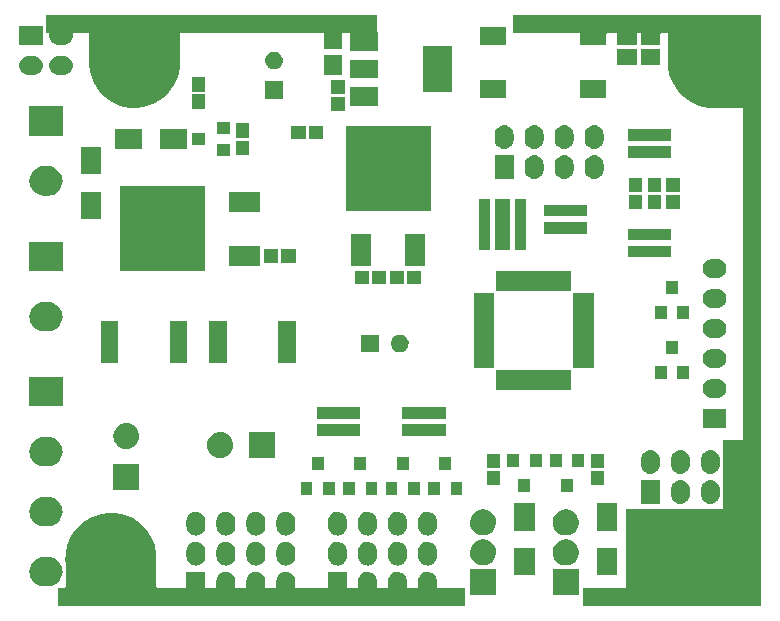
<source format=gts>
G04 #@! TF.FileFunction,Soldermask,Top*
%FSLAX46Y46*%
G04 Gerber Fmt 4.6, Leading zero omitted, Abs format (unit mm)*
G04 Created by KiCad (PCBNEW (2015-08-30 BZR 6134, Git 4e94d52)-product) date 2015-09-01 19:22:26*
%MOMM*%
G01*
G04 APERTURE LIST*
%ADD10C,0.100000*%
G04 APERTURE END LIST*
D10*
G36*
X122000000Y-100000000D02*
X107000000Y-100000000D01*
X107000000Y-98500000D01*
X110525000Y-98500000D01*
X110545895Y-98497031D01*
X110565135Y-98488358D01*
X110581197Y-98474668D01*
X110592809Y-98457046D01*
X110599052Y-98436886D01*
X110600000Y-98425000D01*
X110600000Y-91800000D01*
X118725000Y-91800000D01*
X118745895Y-91797031D01*
X118765135Y-91788358D01*
X118781197Y-91774668D01*
X118792809Y-91757046D01*
X118799052Y-91736886D01*
X118800000Y-91725000D01*
X118800000Y-86017388D01*
X120425408Y-86008556D01*
X120446286Y-86005473D01*
X120465478Y-85996696D01*
X120481466Y-85982919D01*
X120492982Y-85965234D01*
X120499116Y-85945040D01*
X120500000Y-85933557D01*
X120500000Y-57925000D01*
X120497031Y-57904105D01*
X120488358Y-57884865D01*
X120474668Y-57868803D01*
X120457046Y-57857191D01*
X120436886Y-57850948D01*
X120425000Y-57850000D01*
X118344359Y-57850000D01*
X118331335Y-57851139D01*
X118296797Y-57857229D01*
X117541934Y-57841417D01*
X116804528Y-57679287D01*
X116112653Y-57377015D01*
X115492660Y-56946109D01*
X114968182Y-56402995D01*
X114559174Y-55768340D01*
X114281234Y-55066342D01*
X114144937Y-54323720D01*
X114149993Y-53961605D01*
X114150000Y-53960558D01*
X114150000Y-51575000D01*
X114147031Y-51554105D01*
X114138358Y-51534865D01*
X114124668Y-51518803D01*
X114107046Y-51507191D01*
X114086886Y-51500948D01*
X114075000Y-51500000D01*
X113600000Y-51500000D01*
X113579105Y-51502969D01*
X113559865Y-51511642D01*
X113543803Y-51525332D01*
X113532191Y-51542954D01*
X113525948Y-51563114D01*
X113525000Y-51575000D01*
X113525000Y-52550000D01*
X111875000Y-52550000D01*
X111875000Y-51575000D01*
X111872031Y-51554105D01*
X111863358Y-51534865D01*
X111849668Y-51518803D01*
X111832046Y-51507191D01*
X111811886Y-51500948D01*
X111800000Y-51500000D01*
X111600000Y-51500000D01*
X111579105Y-51502969D01*
X111559865Y-51511642D01*
X111543803Y-51525332D01*
X111532191Y-51542954D01*
X111525948Y-51563114D01*
X111525000Y-51575000D01*
X111525000Y-52550000D01*
X109875000Y-52550000D01*
X109875000Y-51575000D01*
X109872031Y-51554105D01*
X109863358Y-51534865D01*
X109849668Y-51518803D01*
X109832046Y-51507191D01*
X109811886Y-51500948D01*
X109800000Y-51500000D01*
X109025000Y-51500000D01*
X109004105Y-51502969D01*
X108984865Y-51511642D01*
X108968803Y-51525332D01*
X108957191Y-51542954D01*
X108950948Y-51563114D01*
X108950000Y-51575000D01*
X108950000Y-52500000D01*
X106750000Y-52500000D01*
X106750000Y-51575000D01*
X106747031Y-51554105D01*
X106738358Y-51534865D01*
X106724668Y-51518803D01*
X106707046Y-51507191D01*
X106686886Y-51500948D01*
X106675000Y-51500000D01*
X101000000Y-51500000D01*
X101000000Y-50000000D01*
X122000000Y-50000000D01*
X122000000Y-100000000D01*
X122000000Y-100000000D01*
G37*
G36*
X67404381Y-92152562D02*
X68143983Y-92304380D01*
X68840015Y-92596964D01*
X69465958Y-93019169D01*
X69997977Y-93554914D01*
X70415798Y-94183786D01*
X70703515Y-94881840D01*
X70850065Y-95621970D01*
X70850065Y-95621977D01*
X70850166Y-95622488D01*
X70845254Y-95974281D01*
X70846447Y-95988112D01*
X70848684Y-96000000D01*
X70850000Y-96000000D01*
X70850000Y-98425000D01*
X70852969Y-98445895D01*
X70861642Y-98465135D01*
X70875332Y-98481197D01*
X70892954Y-98492809D01*
X70913114Y-98499052D01*
X70925000Y-98500000D01*
X73315000Y-98500000D01*
X73335895Y-98497031D01*
X73355135Y-98488358D01*
X73371197Y-98474668D01*
X73382809Y-98457046D01*
X73389052Y-98436886D01*
X73390000Y-98425000D01*
X73390000Y-97140000D01*
X74990000Y-97140000D01*
X74990000Y-98425000D01*
X74992969Y-98445895D01*
X75001642Y-98465135D01*
X75015332Y-98481197D01*
X75032954Y-98492809D01*
X75053114Y-98499052D01*
X75065000Y-98500000D01*
X75862824Y-98500000D01*
X75883719Y-98497031D01*
X75902959Y-98488358D01*
X75919021Y-98474668D01*
X75930633Y-98457046D01*
X75936876Y-98436886D01*
X75937389Y-98420195D01*
X75930000Y-98344839D01*
X75930000Y-97935034D01*
X75930056Y-97927041D01*
X75930057Y-97927034D01*
X75930078Y-97923991D01*
X75947482Y-97768832D01*
X75994692Y-97620007D01*
X76069909Y-97483187D01*
X76170269Y-97363583D01*
X76291949Y-97265750D01*
X76430315Y-97193414D01*
X76580095Y-97149331D01*
X76580152Y-97149326D01*
X76580165Y-97149322D01*
X76735582Y-97135178D01*
X76890789Y-97151491D01*
X76890800Y-97151495D01*
X76890862Y-97151501D01*
X77040012Y-97197670D01*
X77177354Y-97271931D01*
X77297657Y-97371454D01*
X77396337Y-97492448D01*
X77469637Y-97630305D01*
X77514764Y-97779774D01*
X77530000Y-97935161D01*
X77530000Y-98344966D01*
X77529944Y-98352958D01*
X77529943Y-98352965D01*
X77529922Y-98356009D01*
X77522868Y-98418899D01*
X77523423Y-98437735D01*
X77529897Y-98457822D01*
X77541711Y-98475310D01*
X77557929Y-98488814D01*
X77577267Y-98497266D01*
X77597334Y-98500000D01*
X78402824Y-98500000D01*
X78423719Y-98497031D01*
X78442959Y-98488358D01*
X78459021Y-98474668D01*
X78470633Y-98457046D01*
X78476876Y-98436886D01*
X78477389Y-98420195D01*
X78470000Y-98344839D01*
X78470000Y-97935034D01*
X78470056Y-97927041D01*
X78470057Y-97927034D01*
X78470078Y-97923991D01*
X78487482Y-97768832D01*
X78534692Y-97620007D01*
X78609909Y-97483187D01*
X78710269Y-97363583D01*
X78831949Y-97265750D01*
X78970315Y-97193414D01*
X79120095Y-97149331D01*
X79120152Y-97149326D01*
X79120165Y-97149322D01*
X79275582Y-97135178D01*
X79430789Y-97151491D01*
X79430800Y-97151495D01*
X79430862Y-97151501D01*
X79580012Y-97197670D01*
X79717354Y-97271931D01*
X79837657Y-97371454D01*
X79936337Y-97492448D01*
X80009637Y-97630305D01*
X80054764Y-97779774D01*
X80070000Y-97935161D01*
X80070000Y-98344966D01*
X80069944Y-98352958D01*
X80069943Y-98352965D01*
X80069922Y-98356009D01*
X80062868Y-98418899D01*
X80063423Y-98437735D01*
X80069897Y-98457822D01*
X80081711Y-98475310D01*
X80097929Y-98488814D01*
X80117267Y-98497266D01*
X80137334Y-98500000D01*
X80942824Y-98500000D01*
X80963719Y-98497031D01*
X80982959Y-98488358D01*
X80999021Y-98474668D01*
X81010633Y-98457046D01*
X81016876Y-98436886D01*
X81017389Y-98420195D01*
X81010000Y-98344839D01*
X81010000Y-97935034D01*
X81010056Y-97927041D01*
X81010057Y-97927034D01*
X81010078Y-97923991D01*
X81027482Y-97768832D01*
X81074692Y-97620007D01*
X81149909Y-97483187D01*
X81250269Y-97363583D01*
X81371949Y-97265750D01*
X81510315Y-97193414D01*
X81660095Y-97149331D01*
X81660152Y-97149326D01*
X81660165Y-97149322D01*
X81815582Y-97135178D01*
X81970789Y-97151491D01*
X81970800Y-97151495D01*
X81970862Y-97151501D01*
X82120012Y-97197670D01*
X82257354Y-97271931D01*
X82377657Y-97371454D01*
X82476337Y-97492448D01*
X82549637Y-97630305D01*
X82594764Y-97779774D01*
X82610000Y-97935161D01*
X82610000Y-98344966D01*
X82609944Y-98352958D01*
X82609943Y-98352965D01*
X82609922Y-98356009D01*
X82602868Y-98418899D01*
X82603423Y-98437735D01*
X82609897Y-98457822D01*
X82621711Y-98475310D01*
X82637929Y-98488814D01*
X82657267Y-98497266D01*
X82677334Y-98500000D01*
X85315000Y-98500000D01*
X85335895Y-98497031D01*
X85355135Y-98488358D01*
X85371197Y-98474668D01*
X85382809Y-98457046D01*
X85389052Y-98436886D01*
X85390000Y-98425000D01*
X85390000Y-97140000D01*
X86990000Y-97140000D01*
X86990000Y-98425000D01*
X86992969Y-98445895D01*
X87001642Y-98465135D01*
X87015332Y-98481197D01*
X87032954Y-98492809D01*
X87053114Y-98499052D01*
X87065000Y-98500000D01*
X87862824Y-98500000D01*
X87883719Y-98497031D01*
X87902959Y-98488358D01*
X87919021Y-98474668D01*
X87930633Y-98457046D01*
X87936876Y-98436886D01*
X87937389Y-98420195D01*
X87930000Y-98344839D01*
X87930000Y-97935034D01*
X87930056Y-97927041D01*
X87930057Y-97927034D01*
X87930078Y-97923991D01*
X87947482Y-97768832D01*
X87994692Y-97620007D01*
X88069909Y-97483187D01*
X88170269Y-97363583D01*
X88291949Y-97265750D01*
X88430315Y-97193414D01*
X88580095Y-97149331D01*
X88580152Y-97149326D01*
X88580165Y-97149322D01*
X88735582Y-97135178D01*
X88890789Y-97151491D01*
X88890800Y-97151495D01*
X88890862Y-97151501D01*
X89040012Y-97197670D01*
X89177354Y-97271931D01*
X89297657Y-97371454D01*
X89396337Y-97492448D01*
X89469637Y-97630305D01*
X89514764Y-97779774D01*
X89530000Y-97935161D01*
X89530000Y-98344966D01*
X89529944Y-98352958D01*
X89529943Y-98352965D01*
X89529922Y-98356009D01*
X89522868Y-98418899D01*
X89523423Y-98437735D01*
X89529897Y-98457822D01*
X89541711Y-98475310D01*
X89557929Y-98488814D01*
X89577267Y-98497266D01*
X89597334Y-98500000D01*
X90402824Y-98500000D01*
X90423719Y-98497031D01*
X90442959Y-98488358D01*
X90459021Y-98474668D01*
X90470633Y-98457046D01*
X90476876Y-98436886D01*
X90477389Y-98420195D01*
X90470000Y-98344839D01*
X90470000Y-97935034D01*
X90470056Y-97927041D01*
X90470057Y-97927034D01*
X90470078Y-97923991D01*
X90487482Y-97768832D01*
X90534692Y-97620007D01*
X90609909Y-97483187D01*
X90710269Y-97363583D01*
X90831949Y-97265750D01*
X90970315Y-97193414D01*
X91120095Y-97149331D01*
X91120152Y-97149326D01*
X91120165Y-97149322D01*
X91275582Y-97135178D01*
X91430789Y-97151491D01*
X91430800Y-97151495D01*
X91430862Y-97151501D01*
X91580012Y-97197670D01*
X91717354Y-97271931D01*
X91837657Y-97371454D01*
X91936337Y-97492448D01*
X92009637Y-97630305D01*
X92054764Y-97779774D01*
X92070000Y-97935161D01*
X92070000Y-98344966D01*
X92069944Y-98352958D01*
X92069943Y-98352965D01*
X92069922Y-98356009D01*
X92062868Y-98418899D01*
X92063423Y-98437735D01*
X92069897Y-98457822D01*
X92081711Y-98475310D01*
X92097929Y-98488814D01*
X92117267Y-98497266D01*
X92137334Y-98500000D01*
X92942824Y-98500000D01*
X92963719Y-98497031D01*
X92982959Y-98488358D01*
X92999021Y-98474668D01*
X93010633Y-98457046D01*
X93016876Y-98436886D01*
X93017389Y-98420195D01*
X93010000Y-98344839D01*
X93010000Y-97935034D01*
X93010056Y-97927041D01*
X93010057Y-97927034D01*
X93010078Y-97923991D01*
X93027482Y-97768832D01*
X93074692Y-97620007D01*
X93149909Y-97483187D01*
X93250269Y-97363583D01*
X93371949Y-97265750D01*
X93510315Y-97193414D01*
X93660095Y-97149331D01*
X93660152Y-97149326D01*
X93660165Y-97149322D01*
X93815582Y-97135178D01*
X93970789Y-97151491D01*
X93970800Y-97151495D01*
X93970862Y-97151501D01*
X94120012Y-97197670D01*
X94257354Y-97271931D01*
X94377657Y-97371454D01*
X94476337Y-97492448D01*
X94549637Y-97630305D01*
X94594764Y-97779774D01*
X94610000Y-97935161D01*
X94610000Y-98344966D01*
X94609944Y-98352958D01*
X94609943Y-98352965D01*
X94609922Y-98356009D01*
X94602868Y-98418899D01*
X94603423Y-98437735D01*
X94609897Y-98457822D01*
X94621711Y-98475310D01*
X94637929Y-98488814D01*
X94657267Y-98497266D01*
X94677334Y-98500000D01*
X97000000Y-98500000D01*
X97000000Y-100000000D01*
X62500000Y-100000000D01*
X62500000Y-98500000D01*
X63075000Y-98500000D01*
X63095895Y-98497031D01*
X63115135Y-98488358D01*
X63131197Y-98474668D01*
X63142809Y-98457046D01*
X63149052Y-98436886D01*
X63150000Y-98425000D01*
X63150000Y-96358134D01*
X63148768Y-96344595D01*
X63144937Y-96323720D01*
X63155478Y-95568766D01*
X63312457Y-94830243D01*
X63609893Y-94136272D01*
X64036457Y-93513291D01*
X64575901Y-92985028D01*
X65207675Y-92571607D01*
X65907725Y-92288768D01*
X66649380Y-92147290D01*
X67404381Y-92152562D01*
X67404381Y-92152562D01*
G37*
G36*
X99600000Y-99140000D02*
X97400000Y-99140000D01*
X97400000Y-96940000D01*
X99600000Y-96940000D01*
X99600000Y-99140000D01*
X99600000Y-99140000D01*
G37*
G36*
X106600000Y-99140000D02*
X104400000Y-99140000D01*
X104400000Y-96940000D01*
X106600000Y-96940000D01*
X106600000Y-99140000D01*
X106600000Y-99140000D01*
G37*
G36*
X61671178Y-95870100D02*
X61671185Y-95870101D01*
X61674227Y-95870122D01*
X61916664Y-95897315D01*
X62149201Y-95971081D01*
X62362983Y-96088608D01*
X62549865Y-96245421D01*
X62702729Y-96435546D01*
X62815754Y-96651742D01*
X62884633Y-96885773D01*
X62884638Y-96885825D01*
X62884644Y-96885846D01*
X62906747Y-97128722D01*
X62881254Y-97371274D01*
X62881249Y-97371290D01*
X62881243Y-97371347D01*
X62809103Y-97604394D01*
X62693071Y-97818991D01*
X62537567Y-98006963D01*
X62348513Y-98161152D01*
X62133112Y-98275683D01*
X61899567Y-98346194D01*
X61656774Y-98370000D01*
X61343099Y-98370000D01*
X61328822Y-98369900D01*
X61328815Y-98369899D01*
X61325773Y-98369878D01*
X61083336Y-98342685D01*
X60850799Y-98268919D01*
X60637017Y-98151392D01*
X60450135Y-97994579D01*
X60297271Y-97804454D01*
X60184246Y-97588258D01*
X60115367Y-97354227D01*
X60115362Y-97354175D01*
X60115356Y-97354154D01*
X60093253Y-97111278D01*
X60118746Y-96868726D01*
X60118751Y-96868710D01*
X60118757Y-96868653D01*
X60190897Y-96635606D01*
X60306929Y-96421009D01*
X60462433Y-96233037D01*
X60651487Y-96078848D01*
X60866888Y-95964317D01*
X61100433Y-95893806D01*
X61343226Y-95870000D01*
X61656901Y-95870000D01*
X61671178Y-95870100D01*
X61671178Y-95870100D01*
G37*
G36*
X109875000Y-97450000D02*
X108125000Y-97450000D01*
X108125000Y-95150000D01*
X109875000Y-95150000D01*
X109875000Y-97450000D01*
X109875000Y-97450000D01*
G37*
G36*
X102875000Y-97450000D02*
X101125000Y-97450000D01*
X101125000Y-95150000D01*
X102875000Y-95150000D01*
X102875000Y-97450000D01*
X102875000Y-97450000D01*
G37*
G36*
X74350789Y-94611491D02*
X74350800Y-94611495D01*
X74350862Y-94611501D01*
X74500012Y-94657670D01*
X74637354Y-94731931D01*
X74757657Y-94831454D01*
X74856337Y-94952448D01*
X74929637Y-95090305D01*
X74974764Y-95239774D01*
X74990000Y-95395161D01*
X74990000Y-95804966D01*
X74989944Y-95812959D01*
X74989943Y-95812966D01*
X74989922Y-95816009D01*
X74972518Y-95971168D01*
X74925308Y-96119993D01*
X74850091Y-96256813D01*
X74749731Y-96376417D01*
X74628051Y-96474250D01*
X74489685Y-96546586D01*
X74339905Y-96590669D01*
X74339848Y-96590674D01*
X74339835Y-96590678D01*
X74184418Y-96604822D01*
X74029211Y-96588509D01*
X74029200Y-96588505D01*
X74029138Y-96588499D01*
X73879988Y-96542330D01*
X73742646Y-96468069D01*
X73622343Y-96368546D01*
X73523663Y-96247552D01*
X73450363Y-96109695D01*
X73405236Y-95960226D01*
X73390000Y-95804839D01*
X73390000Y-95395034D01*
X73390056Y-95387041D01*
X73390057Y-95387034D01*
X73390078Y-95383991D01*
X73407482Y-95228832D01*
X73454692Y-95080007D01*
X73529909Y-94943187D01*
X73630269Y-94823583D01*
X73751949Y-94725750D01*
X73890315Y-94653414D01*
X74040095Y-94609331D01*
X74040152Y-94609326D01*
X74040165Y-94609322D01*
X74195582Y-94595178D01*
X74350789Y-94611491D01*
X74350789Y-94611491D01*
G37*
G36*
X91430789Y-94611491D02*
X91430800Y-94611495D01*
X91430862Y-94611501D01*
X91580012Y-94657670D01*
X91717354Y-94731931D01*
X91837657Y-94831454D01*
X91936337Y-94952448D01*
X92009637Y-95090305D01*
X92054764Y-95239774D01*
X92070000Y-95395161D01*
X92070000Y-95804966D01*
X92069944Y-95812959D01*
X92069943Y-95812966D01*
X92069922Y-95816009D01*
X92052518Y-95971168D01*
X92005308Y-96119993D01*
X91930091Y-96256813D01*
X91829731Y-96376417D01*
X91708051Y-96474250D01*
X91569685Y-96546586D01*
X91419905Y-96590669D01*
X91419848Y-96590674D01*
X91419835Y-96590678D01*
X91264418Y-96604822D01*
X91109211Y-96588509D01*
X91109200Y-96588505D01*
X91109138Y-96588499D01*
X90959988Y-96542330D01*
X90822646Y-96468069D01*
X90702343Y-96368546D01*
X90603663Y-96247552D01*
X90530363Y-96109695D01*
X90485236Y-95960226D01*
X90470000Y-95804839D01*
X90470000Y-95395034D01*
X90470056Y-95387041D01*
X90470057Y-95387034D01*
X90470078Y-95383991D01*
X90487482Y-95228832D01*
X90534692Y-95080007D01*
X90609909Y-94943187D01*
X90710269Y-94823583D01*
X90831949Y-94725750D01*
X90970315Y-94653414D01*
X91120095Y-94609331D01*
X91120152Y-94609326D01*
X91120165Y-94609322D01*
X91275582Y-94595178D01*
X91430789Y-94611491D01*
X91430789Y-94611491D01*
G37*
G36*
X79430789Y-94611491D02*
X79430800Y-94611495D01*
X79430862Y-94611501D01*
X79580012Y-94657670D01*
X79717354Y-94731931D01*
X79837657Y-94831454D01*
X79936337Y-94952448D01*
X80009637Y-95090305D01*
X80054764Y-95239774D01*
X80070000Y-95395161D01*
X80070000Y-95804966D01*
X80069944Y-95812959D01*
X80069943Y-95812966D01*
X80069922Y-95816009D01*
X80052518Y-95971168D01*
X80005308Y-96119993D01*
X79930091Y-96256813D01*
X79829731Y-96376417D01*
X79708051Y-96474250D01*
X79569685Y-96546586D01*
X79419905Y-96590669D01*
X79419848Y-96590674D01*
X79419835Y-96590678D01*
X79264418Y-96604822D01*
X79109211Y-96588509D01*
X79109200Y-96588505D01*
X79109138Y-96588499D01*
X78959988Y-96542330D01*
X78822646Y-96468069D01*
X78702343Y-96368546D01*
X78603663Y-96247552D01*
X78530363Y-96109695D01*
X78485236Y-95960226D01*
X78470000Y-95804839D01*
X78470000Y-95395034D01*
X78470056Y-95387041D01*
X78470057Y-95387034D01*
X78470078Y-95383991D01*
X78487482Y-95228832D01*
X78534692Y-95080007D01*
X78609909Y-94943187D01*
X78710269Y-94823583D01*
X78831949Y-94725750D01*
X78970315Y-94653414D01*
X79120095Y-94609331D01*
X79120152Y-94609326D01*
X79120165Y-94609322D01*
X79275582Y-94595178D01*
X79430789Y-94611491D01*
X79430789Y-94611491D01*
G37*
G36*
X93970789Y-94611491D02*
X93970800Y-94611495D01*
X93970862Y-94611501D01*
X94120012Y-94657670D01*
X94257354Y-94731931D01*
X94377657Y-94831454D01*
X94476337Y-94952448D01*
X94549637Y-95090305D01*
X94594764Y-95239774D01*
X94610000Y-95395161D01*
X94610000Y-95804966D01*
X94609944Y-95812959D01*
X94609943Y-95812966D01*
X94609922Y-95816009D01*
X94592518Y-95971168D01*
X94545308Y-96119993D01*
X94470091Y-96256813D01*
X94369731Y-96376417D01*
X94248051Y-96474250D01*
X94109685Y-96546586D01*
X93959905Y-96590669D01*
X93959848Y-96590674D01*
X93959835Y-96590678D01*
X93804418Y-96604822D01*
X93649211Y-96588509D01*
X93649200Y-96588505D01*
X93649138Y-96588499D01*
X93499988Y-96542330D01*
X93362646Y-96468069D01*
X93242343Y-96368546D01*
X93143663Y-96247552D01*
X93070363Y-96109695D01*
X93025236Y-95960226D01*
X93010000Y-95804839D01*
X93010000Y-95395034D01*
X93010056Y-95387041D01*
X93010057Y-95387034D01*
X93010078Y-95383991D01*
X93027482Y-95228832D01*
X93074692Y-95080007D01*
X93149909Y-94943187D01*
X93250269Y-94823583D01*
X93371949Y-94725750D01*
X93510315Y-94653414D01*
X93660095Y-94609331D01*
X93660152Y-94609326D01*
X93660165Y-94609322D01*
X93815582Y-94595178D01*
X93970789Y-94611491D01*
X93970789Y-94611491D01*
G37*
G36*
X81970789Y-94611491D02*
X81970800Y-94611495D01*
X81970862Y-94611501D01*
X82120012Y-94657670D01*
X82257354Y-94731931D01*
X82377657Y-94831454D01*
X82476337Y-94952448D01*
X82549637Y-95090305D01*
X82594764Y-95239774D01*
X82610000Y-95395161D01*
X82610000Y-95804966D01*
X82609944Y-95812959D01*
X82609943Y-95812966D01*
X82609922Y-95816009D01*
X82592518Y-95971168D01*
X82545308Y-96119993D01*
X82470091Y-96256813D01*
X82369731Y-96376417D01*
X82248051Y-96474250D01*
X82109685Y-96546586D01*
X81959905Y-96590669D01*
X81959848Y-96590674D01*
X81959835Y-96590678D01*
X81804418Y-96604822D01*
X81649211Y-96588509D01*
X81649200Y-96588505D01*
X81649138Y-96588499D01*
X81499988Y-96542330D01*
X81362646Y-96468069D01*
X81242343Y-96368546D01*
X81143663Y-96247552D01*
X81070363Y-96109695D01*
X81025236Y-95960226D01*
X81010000Y-95804839D01*
X81010000Y-95395034D01*
X81010056Y-95387041D01*
X81010057Y-95387034D01*
X81010078Y-95383991D01*
X81027482Y-95228832D01*
X81074692Y-95080007D01*
X81149909Y-94943187D01*
X81250269Y-94823583D01*
X81371949Y-94725750D01*
X81510315Y-94653414D01*
X81660095Y-94609331D01*
X81660152Y-94609326D01*
X81660165Y-94609322D01*
X81815582Y-94595178D01*
X81970789Y-94611491D01*
X81970789Y-94611491D01*
G37*
G36*
X86350789Y-94611491D02*
X86350800Y-94611495D01*
X86350862Y-94611501D01*
X86500012Y-94657670D01*
X86637354Y-94731931D01*
X86757657Y-94831454D01*
X86856337Y-94952448D01*
X86929637Y-95090305D01*
X86974764Y-95239774D01*
X86990000Y-95395161D01*
X86990000Y-95804966D01*
X86989944Y-95812959D01*
X86989943Y-95812966D01*
X86989922Y-95816009D01*
X86972518Y-95971168D01*
X86925308Y-96119993D01*
X86850091Y-96256813D01*
X86749731Y-96376417D01*
X86628051Y-96474250D01*
X86489685Y-96546586D01*
X86339905Y-96590669D01*
X86339848Y-96590674D01*
X86339835Y-96590678D01*
X86184418Y-96604822D01*
X86029211Y-96588509D01*
X86029200Y-96588505D01*
X86029138Y-96588499D01*
X85879988Y-96542330D01*
X85742646Y-96468069D01*
X85622343Y-96368546D01*
X85523663Y-96247552D01*
X85450363Y-96109695D01*
X85405236Y-95960226D01*
X85390000Y-95804839D01*
X85390000Y-95395034D01*
X85390056Y-95387041D01*
X85390057Y-95387034D01*
X85390078Y-95383991D01*
X85407482Y-95228832D01*
X85454692Y-95080007D01*
X85529909Y-94943187D01*
X85630269Y-94823583D01*
X85751949Y-94725750D01*
X85890315Y-94653414D01*
X86040095Y-94609331D01*
X86040152Y-94609326D01*
X86040165Y-94609322D01*
X86195582Y-94595178D01*
X86350789Y-94611491D01*
X86350789Y-94611491D01*
G37*
G36*
X88890789Y-94611491D02*
X88890800Y-94611495D01*
X88890862Y-94611501D01*
X89040012Y-94657670D01*
X89177354Y-94731931D01*
X89297657Y-94831454D01*
X89396337Y-94952448D01*
X89469637Y-95090305D01*
X89514764Y-95239774D01*
X89530000Y-95395161D01*
X89530000Y-95804966D01*
X89529944Y-95812959D01*
X89529943Y-95812966D01*
X89529922Y-95816009D01*
X89512518Y-95971168D01*
X89465308Y-96119993D01*
X89390091Y-96256813D01*
X89289731Y-96376417D01*
X89168051Y-96474250D01*
X89029685Y-96546586D01*
X88879905Y-96590669D01*
X88879848Y-96590674D01*
X88879835Y-96590678D01*
X88724418Y-96604822D01*
X88569211Y-96588509D01*
X88569200Y-96588505D01*
X88569138Y-96588499D01*
X88419988Y-96542330D01*
X88282646Y-96468069D01*
X88162343Y-96368546D01*
X88063663Y-96247552D01*
X87990363Y-96109695D01*
X87945236Y-95960226D01*
X87930000Y-95804839D01*
X87930000Y-95395034D01*
X87930056Y-95387041D01*
X87930057Y-95387034D01*
X87930078Y-95383991D01*
X87947482Y-95228832D01*
X87994692Y-95080007D01*
X88069909Y-94943187D01*
X88170269Y-94823583D01*
X88291949Y-94725750D01*
X88430315Y-94653414D01*
X88580095Y-94609331D01*
X88580152Y-94609326D01*
X88580165Y-94609322D01*
X88735582Y-94595178D01*
X88890789Y-94611491D01*
X88890789Y-94611491D01*
G37*
G36*
X76890789Y-94611491D02*
X76890800Y-94611495D01*
X76890862Y-94611501D01*
X77040012Y-94657670D01*
X77177354Y-94731931D01*
X77297657Y-94831454D01*
X77396337Y-94952448D01*
X77469637Y-95090305D01*
X77514764Y-95239774D01*
X77530000Y-95395161D01*
X77530000Y-95804966D01*
X77529944Y-95812959D01*
X77529943Y-95812966D01*
X77529922Y-95816009D01*
X77512518Y-95971168D01*
X77465308Y-96119993D01*
X77390091Y-96256813D01*
X77289731Y-96376417D01*
X77168051Y-96474250D01*
X77029685Y-96546586D01*
X76879905Y-96590669D01*
X76879848Y-96590674D01*
X76879835Y-96590678D01*
X76724418Y-96604822D01*
X76569211Y-96588509D01*
X76569200Y-96588505D01*
X76569138Y-96588499D01*
X76419988Y-96542330D01*
X76282646Y-96468069D01*
X76162343Y-96368546D01*
X76063663Y-96247552D01*
X75990363Y-96109695D01*
X75945236Y-95960226D01*
X75930000Y-95804839D01*
X75930000Y-95395034D01*
X75930056Y-95387041D01*
X75930057Y-95387034D01*
X75930078Y-95383991D01*
X75947482Y-95228832D01*
X75994692Y-95080007D01*
X76069909Y-94943187D01*
X76170269Y-94823583D01*
X76291949Y-94725750D01*
X76430315Y-94653414D01*
X76580095Y-94609331D01*
X76580152Y-94609326D01*
X76580165Y-94609322D01*
X76735582Y-94595178D01*
X76890789Y-94611491D01*
X76890789Y-94611491D01*
G37*
G36*
X98615537Y-94400730D02*
X98826851Y-94444106D01*
X99025719Y-94527702D01*
X99204561Y-94648333D01*
X99356568Y-94801404D01*
X99475944Y-94981080D01*
X99558149Y-95180524D01*
X99599947Y-95391620D01*
X99599947Y-95391633D01*
X99600047Y-95392139D01*
X99596606Y-95638534D01*
X99596492Y-95639035D01*
X99596492Y-95639052D01*
X99548817Y-95848894D01*
X99461075Y-96045967D01*
X99336726Y-96222243D01*
X99180505Y-96371009D01*
X98998367Y-96486598D01*
X98797247Y-96564608D01*
X98584800Y-96602067D01*
X98369120Y-96597549D01*
X98158436Y-96551227D01*
X97960758Y-96464864D01*
X97783614Y-96341746D01*
X97633764Y-96186571D01*
X97516905Y-96005243D01*
X97437494Y-95804672D01*
X97398552Y-95592492D01*
X97401563Y-95376788D01*
X97446414Y-95165783D01*
X97531396Y-94967506D01*
X97653273Y-94789509D01*
X97807399Y-94638577D01*
X97987903Y-94520459D01*
X98187921Y-94439646D01*
X98399825Y-94399223D01*
X98615537Y-94400730D01*
X98615537Y-94400730D01*
G37*
G36*
X105615537Y-94400730D02*
X105826851Y-94444106D01*
X106025719Y-94527702D01*
X106204561Y-94648333D01*
X106356568Y-94801404D01*
X106475944Y-94981080D01*
X106558149Y-95180524D01*
X106599947Y-95391620D01*
X106599947Y-95391633D01*
X106600047Y-95392139D01*
X106596606Y-95638534D01*
X106596492Y-95639035D01*
X106596492Y-95639052D01*
X106548817Y-95848894D01*
X106461075Y-96045967D01*
X106336726Y-96222243D01*
X106180505Y-96371009D01*
X105998367Y-96486598D01*
X105797247Y-96564608D01*
X105584800Y-96602067D01*
X105369120Y-96597549D01*
X105158436Y-96551227D01*
X104960758Y-96464864D01*
X104783614Y-96341746D01*
X104633764Y-96186571D01*
X104516905Y-96005243D01*
X104437494Y-95804672D01*
X104398552Y-95592492D01*
X104401563Y-95376788D01*
X104446414Y-95165783D01*
X104531396Y-94967506D01*
X104653273Y-94789509D01*
X104807399Y-94638577D01*
X104987903Y-94520459D01*
X105187921Y-94439646D01*
X105399825Y-94399223D01*
X105615537Y-94400730D01*
X105615537Y-94400730D01*
G37*
G36*
X76890789Y-92071491D02*
X76890800Y-92071495D01*
X76890862Y-92071501D01*
X77040012Y-92117670D01*
X77177354Y-92191931D01*
X77297657Y-92291454D01*
X77396337Y-92412448D01*
X77469637Y-92550305D01*
X77514764Y-92699774D01*
X77530000Y-92855161D01*
X77530000Y-93264966D01*
X77529944Y-93272959D01*
X77529943Y-93272966D01*
X77529922Y-93276009D01*
X77512518Y-93431168D01*
X77465308Y-93579993D01*
X77390091Y-93716813D01*
X77289731Y-93836417D01*
X77168051Y-93934250D01*
X77029685Y-94006586D01*
X76879905Y-94050669D01*
X76879848Y-94050674D01*
X76879835Y-94050678D01*
X76724418Y-94064822D01*
X76569211Y-94048509D01*
X76569200Y-94048505D01*
X76569138Y-94048499D01*
X76419988Y-94002330D01*
X76282646Y-93928069D01*
X76162343Y-93828546D01*
X76063663Y-93707552D01*
X75990363Y-93569695D01*
X75945236Y-93420226D01*
X75930000Y-93264839D01*
X75930000Y-92855034D01*
X75930056Y-92847041D01*
X75930057Y-92847034D01*
X75930078Y-92843991D01*
X75947482Y-92688832D01*
X75994692Y-92540007D01*
X76069909Y-92403187D01*
X76170269Y-92283583D01*
X76291949Y-92185750D01*
X76430315Y-92113414D01*
X76580095Y-92069331D01*
X76580152Y-92069326D01*
X76580165Y-92069322D01*
X76735582Y-92055178D01*
X76890789Y-92071491D01*
X76890789Y-92071491D01*
G37*
G36*
X74350789Y-92071491D02*
X74350800Y-92071495D01*
X74350862Y-92071501D01*
X74500012Y-92117670D01*
X74637354Y-92191931D01*
X74757657Y-92291454D01*
X74856337Y-92412448D01*
X74929637Y-92550305D01*
X74974764Y-92699774D01*
X74990000Y-92855161D01*
X74990000Y-93264966D01*
X74989944Y-93272959D01*
X74989943Y-93272966D01*
X74989922Y-93276009D01*
X74972518Y-93431168D01*
X74925308Y-93579993D01*
X74850091Y-93716813D01*
X74749731Y-93836417D01*
X74628051Y-93934250D01*
X74489685Y-94006586D01*
X74339905Y-94050669D01*
X74339848Y-94050674D01*
X74339835Y-94050678D01*
X74184418Y-94064822D01*
X74029211Y-94048509D01*
X74029200Y-94048505D01*
X74029138Y-94048499D01*
X73879988Y-94002330D01*
X73742646Y-93928069D01*
X73622343Y-93828546D01*
X73523663Y-93707552D01*
X73450363Y-93569695D01*
X73405236Y-93420226D01*
X73390000Y-93264839D01*
X73390000Y-92855034D01*
X73390056Y-92847041D01*
X73390057Y-92847034D01*
X73390078Y-92843991D01*
X73407482Y-92688832D01*
X73454692Y-92540007D01*
X73529909Y-92403187D01*
X73630269Y-92283583D01*
X73751949Y-92185750D01*
X73890315Y-92113414D01*
X74040095Y-92069331D01*
X74040152Y-92069326D01*
X74040165Y-92069322D01*
X74195582Y-92055178D01*
X74350789Y-92071491D01*
X74350789Y-92071491D01*
G37*
G36*
X79430789Y-92071491D02*
X79430800Y-92071495D01*
X79430862Y-92071501D01*
X79580012Y-92117670D01*
X79717354Y-92191931D01*
X79837657Y-92291454D01*
X79936337Y-92412448D01*
X80009637Y-92550305D01*
X80054764Y-92699774D01*
X80070000Y-92855161D01*
X80070000Y-93264966D01*
X80069944Y-93272959D01*
X80069943Y-93272966D01*
X80069922Y-93276009D01*
X80052518Y-93431168D01*
X80005308Y-93579993D01*
X79930091Y-93716813D01*
X79829731Y-93836417D01*
X79708051Y-93934250D01*
X79569685Y-94006586D01*
X79419905Y-94050669D01*
X79419848Y-94050674D01*
X79419835Y-94050678D01*
X79264418Y-94064822D01*
X79109211Y-94048509D01*
X79109200Y-94048505D01*
X79109138Y-94048499D01*
X78959988Y-94002330D01*
X78822646Y-93928069D01*
X78702343Y-93828546D01*
X78603663Y-93707552D01*
X78530363Y-93569695D01*
X78485236Y-93420226D01*
X78470000Y-93264839D01*
X78470000Y-92855034D01*
X78470056Y-92847041D01*
X78470057Y-92847034D01*
X78470078Y-92843991D01*
X78487482Y-92688832D01*
X78534692Y-92540007D01*
X78609909Y-92403187D01*
X78710269Y-92283583D01*
X78831949Y-92185750D01*
X78970315Y-92113414D01*
X79120095Y-92069331D01*
X79120152Y-92069326D01*
X79120165Y-92069322D01*
X79275582Y-92055178D01*
X79430789Y-92071491D01*
X79430789Y-92071491D01*
G37*
G36*
X81970789Y-92071491D02*
X81970800Y-92071495D01*
X81970862Y-92071501D01*
X82120012Y-92117670D01*
X82257354Y-92191931D01*
X82377657Y-92291454D01*
X82476337Y-92412448D01*
X82549637Y-92550305D01*
X82594764Y-92699774D01*
X82610000Y-92855161D01*
X82610000Y-93264966D01*
X82609944Y-93272959D01*
X82609943Y-93272966D01*
X82609922Y-93276009D01*
X82592518Y-93431168D01*
X82545308Y-93579993D01*
X82470091Y-93716813D01*
X82369731Y-93836417D01*
X82248051Y-93934250D01*
X82109685Y-94006586D01*
X81959905Y-94050669D01*
X81959848Y-94050674D01*
X81959835Y-94050678D01*
X81804418Y-94064822D01*
X81649211Y-94048509D01*
X81649200Y-94048505D01*
X81649138Y-94048499D01*
X81499988Y-94002330D01*
X81362646Y-93928069D01*
X81242343Y-93828546D01*
X81143663Y-93707552D01*
X81070363Y-93569695D01*
X81025236Y-93420226D01*
X81010000Y-93264839D01*
X81010000Y-92855034D01*
X81010056Y-92847041D01*
X81010057Y-92847034D01*
X81010078Y-92843991D01*
X81027482Y-92688832D01*
X81074692Y-92540007D01*
X81149909Y-92403187D01*
X81250269Y-92283583D01*
X81371949Y-92185750D01*
X81510315Y-92113414D01*
X81660095Y-92069331D01*
X81660152Y-92069326D01*
X81660165Y-92069322D01*
X81815582Y-92055178D01*
X81970789Y-92071491D01*
X81970789Y-92071491D01*
G37*
G36*
X93970789Y-92071491D02*
X93970800Y-92071495D01*
X93970862Y-92071501D01*
X94120012Y-92117670D01*
X94257354Y-92191931D01*
X94377657Y-92291454D01*
X94476337Y-92412448D01*
X94549637Y-92550305D01*
X94594764Y-92699774D01*
X94610000Y-92855161D01*
X94610000Y-93264966D01*
X94609944Y-93272959D01*
X94609943Y-93272966D01*
X94609922Y-93276009D01*
X94592518Y-93431168D01*
X94545308Y-93579993D01*
X94470091Y-93716813D01*
X94369731Y-93836417D01*
X94248051Y-93934250D01*
X94109685Y-94006586D01*
X93959905Y-94050669D01*
X93959848Y-94050674D01*
X93959835Y-94050678D01*
X93804418Y-94064822D01*
X93649211Y-94048509D01*
X93649200Y-94048505D01*
X93649138Y-94048499D01*
X93499988Y-94002330D01*
X93362646Y-93928069D01*
X93242343Y-93828546D01*
X93143663Y-93707552D01*
X93070363Y-93569695D01*
X93025236Y-93420226D01*
X93010000Y-93264839D01*
X93010000Y-92855034D01*
X93010056Y-92847041D01*
X93010057Y-92847034D01*
X93010078Y-92843991D01*
X93027482Y-92688832D01*
X93074692Y-92540007D01*
X93149909Y-92403187D01*
X93250269Y-92283583D01*
X93371949Y-92185750D01*
X93510315Y-92113414D01*
X93660095Y-92069331D01*
X93660152Y-92069326D01*
X93660165Y-92069322D01*
X93815582Y-92055178D01*
X93970789Y-92071491D01*
X93970789Y-92071491D01*
G37*
G36*
X91430789Y-92071491D02*
X91430800Y-92071495D01*
X91430862Y-92071501D01*
X91580012Y-92117670D01*
X91717354Y-92191931D01*
X91837657Y-92291454D01*
X91936337Y-92412448D01*
X92009637Y-92550305D01*
X92054764Y-92699774D01*
X92070000Y-92855161D01*
X92070000Y-93264966D01*
X92069944Y-93272959D01*
X92069943Y-93272966D01*
X92069922Y-93276009D01*
X92052518Y-93431168D01*
X92005308Y-93579993D01*
X91930091Y-93716813D01*
X91829731Y-93836417D01*
X91708051Y-93934250D01*
X91569685Y-94006586D01*
X91419905Y-94050669D01*
X91419848Y-94050674D01*
X91419835Y-94050678D01*
X91264418Y-94064822D01*
X91109211Y-94048509D01*
X91109200Y-94048505D01*
X91109138Y-94048499D01*
X90959988Y-94002330D01*
X90822646Y-93928069D01*
X90702343Y-93828546D01*
X90603663Y-93707552D01*
X90530363Y-93569695D01*
X90485236Y-93420226D01*
X90470000Y-93264839D01*
X90470000Y-92855034D01*
X90470056Y-92847041D01*
X90470057Y-92847034D01*
X90470078Y-92843991D01*
X90487482Y-92688832D01*
X90534692Y-92540007D01*
X90609909Y-92403187D01*
X90710269Y-92283583D01*
X90831949Y-92185750D01*
X90970315Y-92113414D01*
X91120095Y-92069331D01*
X91120152Y-92069326D01*
X91120165Y-92069322D01*
X91275582Y-92055178D01*
X91430789Y-92071491D01*
X91430789Y-92071491D01*
G37*
G36*
X86350789Y-92071491D02*
X86350800Y-92071495D01*
X86350862Y-92071501D01*
X86500012Y-92117670D01*
X86637354Y-92191931D01*
X86757657Y-92291454D01*
X86856337Y-92412448D01*
X86929637Y-92550305D01*
X86974764Y-92699774D01*
X86990000Y-92855161D01*
X86990000Y-93264966D01*
X86989944Y-93272959D01*
X86989943Y-93272966D01*
X86989922Y-93276009D01*
X86972518Y-93431168D01*
X86925308Y-93579993D01*
X86850091Y-93716813D01*
X86749731Y-93836417D01*
X86628051Y-93934250D01*
X86489685Y-94006586D01*
X86339905Y-94050669D01*
X86339848Y-94050674D01*
X86339835Y-94050678D01*
X86184418Y-94064822D01*
X86029211Y-94048509D01*
X86029200Y-94048505D01*
X86029138Y-94048499D01*
X85879988Y-94002330D01*
X85742646Y-93928069D01*
X85622343Y-93828546D01*
X85523663Y-93707552D01*
X85450363Y-93569695D01*
X85405236Y-93420226D01*
X85390000Y-93264839D01*
X85390000Y-92855034D01*
X85390056Y-92847041D01*
X85390057Y-92847034D01*
X85390078Y-92843991D01*
X85407482Y-92688832D01*
X85454692Y-92540007D01*
X85529909Y-92403187D01*
X85630269Y-92283583D01*
X85751949Y-92185750D01*
X85890315Y-92113414D01*
X86040095Y-92069331D01*
X86040152Y-92069326D01*
X86040165Y-92069322D01*
X86195582Y-92055178D01*
X86350789Y-92071491D01*
X86350789Y-92071491D01*
G37*
G36*
X88890789Y-92071491D02*
X88890800Y-92071495D01*
X88890862Y-92071501D01*
X89040012Y-92117670D01*
X89177354Y-92191931D01*
X89297657Y-92291454D01*
X89396337Y-92412448D01*
X89469637Y-92550305D01*
X89514764Y-92699774D01*
X89530000Y-92855161D01*
X89530000Y-93264966D01*
X89529944Y-93272959D01*
X89529943Y-93272966D01*
X89529922Y-93276009D01*
X89512518Y-93431168D01*
X89465308Y-93579993D01*
X89390091Y-93716813D01*
X89289731Y-93836417D01*
X89168051Y-93934250D01*
X89029685Y-94006586D01*
X88879905Y-94050669D01*
X88879848Y-94050674D01*
X88879835Y-94050678D01*
X88724418Y-94064822D01*
X88569211Y-94048509D01*
X88569200Y-94048505D01*
X88569138Y-94048499D01*
X88419988Y-94002330D01*
X88282646Y-93928069D01*
X88162343Y-93828546D01*
X88063663Y-93707552D01*
X87990363Y-93569695D01*
X87945236Y-93420226D01*
X87930000Y-93264839D01*
X87930000Y-92855034D01*
X87930056Y-92847041D01*
X87930057Y-92847034D01*
X87930078Y-92843991D01*
X87947482Y-92688832D01*
X87994692Y-92540007D01*
X88069909Y-92403187D01*
X88170269Y-92283583D01*
X88291949Y-92185750D01*
X88430315Y-92113414D01*
X88580095Y-92069331D01*
X88580152Y-92069326D01*
X88580165Y-92069322D01*
X88735582Y-92055178D01*
X88890789Y-92071491D01*
X88890789Y-92071491D01*
G37*
G36*
X98615537Y-91860730D02*
X98826851Y-91904106D01*
X99025719Y-91987702D01*
X99204561Y-92108333D01*
X99356568Y-92261404D01*
X99475944Y-92441080D01*
X99558149Y-92640524D01*
X99599947Y-92851620D01*
X99599947Y-92851633D01*
X99600047Y-92852139D01*
X99596606Y-93098534D01*
X99596492Y-93099035D01*
X99596492Y-93099052D01*
X99548817Y-93308894D01*
X99461075Y-93505967D01*
X99336726Y-93682243D01*
X99180505Y-93831009D01*
X98998367Y-93946598D01*
X98797247Y-94024608D01*
X98584800Y-94062067D01*
X98369120Y-94057549D01*
X98158436Y-94011227D01*
X97960758Y-93924864D01*
X97783614Y-93801746D01*
X97633764Y-93646571D01*
X97516905Y-93465243D01*
X97437494Y-93264672D01*
X97398552Y-93052492D01*
X97401563Y-92836788D01*
X97446414Y-92625783D01*
X97531396Y-92427506D01*
X97653273Y-92249509D01*
X97807399Y-92098577D01*
X97987903Y-91980459D01*
X98187921Y-91899646D01*
X98399825Y-91859223D01*
X98615537Y-91860730D01*
X98615537Y-91860730D01*
G37*
G36*
X105615537Y-91860730D02*
X105826851Y-91904106D01*
X106025719Y-91987702D01*
X106204561Y-92108333D01*
X106356568Y-92261404D01*
X106475944Y-92441080D01*
X106558149Y-92640524D01*
X106599947Y-92851620D01*
X106599947Y-92851633D01*
X106600047Y-92852139D01*
X106596606Y-93098534D01*
X106596492Y-93099035D01*
X106596492Y-93099052D01*
X106548817Y-93308894D01*
X106461075Y-93505967D01*
X106336726Y-93682243D01*
X106180505Y-93831009D01*
X105998367Y-93946598D01*
X105797247Y-94024608D01*
X105584800Y-94062067D01*
X105369120Y-94057549D01*
X105158436Y-94011227D01*
X104960758Y-93924864D01*
X104783614Y-93801746D01*
X104633764Y-93646571D01*
X104516905Y-93465243D01*
X104437494Y-93264672D01*
X104398552Y-93052492D01*
X104401563Y-92836788D01*
X104446414Y-92625783D01*
X104531396Y-92427506D01*
X104653273Y-92249509D01*
X104807399Y-92098577D01*
X104987903Y-91980459D01*
X105187921Y-91899646D01*
X105399825Y-91859223D01*
X105615537Y-91860730D01*
X105615537Y-91860730D01*
G37*
G36*
X102875000Y-93650000D02*
X101125000Y-93650000D01*
X101125000Y-91350000D01*
X102875000Y-91350000D01*
X102875000Y-93650000D01*
X102875000Y-93650000D01*
G37*
G36*
X109875000Y-93650000D02*
X108125000Y-93650000D01*
X108125000Y-91350000D01*
X109875000Y-91350000D01*
X109875000Y-93650000D01*
X109875000Y-93650000D01*
G37*
G36*
X61671178Y-90790100D02*
X61671185Y-90790101D01*
X61674227Y-90790122D01*
X61916664Y-90817315D01*
X62149201Y-90891081D01*
X62362983Y-91008608D01*
X62549865Y-91165421D01*
X62702729Y-91355546D01*
X62815754Y-91571742D01*
X62884633Y-91805773D01*
X62884638Y-91805825D01*
X62884644Y-91805846D01*
X62906747Y-92048722D01*
X62881254Y-92291274D01*
X62881249Y-92291290D01*
X62881243Y-92291347D01*
X62809103Y-92524394D01*
X62693071Y-92738991D01*
X62537567Y-92926963D01*
X62348513Y-93081152D01*
X62133112Y-93195683D01*
X61899567Y-93266194D01*
X61656774Y-93290000D01*
X61343099Y-93290000D01*
X61328822Y-93289900D01*
X61328815Y-93289899D01*
X61325773Y-93289878D01*
X61083336Y-93262685D01*
X60850799Y-93188919D01*
X60637017Y-93071392D01*
X60450135Y-92914579D01*
X60297271Y-92724454D01*
X60184246Y-92508258D01*
X60115367Y-92274227D01*
X60115362Y-92274175D01*
X60115356Y-92274154D01*
X60093253Y-92031278D01*
X60118746Y-91788726D01*
X60118751Y-91788710D01*
X60118757Y-91788653D01*
X60190897Y-91555606D01*
X60306929Y-91341009D01*
X60462433Y-91153037D01*
X60651487Y-90998848D01*
X60866888Y-90884317D01*
X61100433Y-90813806D01*
X61343226Y-90790000D01*
X61656901Y-90790000D01*
X61671178Y-90790100D01*
X61671178Y-90790100D01*
G37*
G36*
X117900789Y-89381491D02*
X117900800Y-89381495D01*
X117900862Y-89381501D01*
X118050012Y-89427670D01*
X118187354Y-89501931D01*
X118307657Y-89601454D01*
X118406337Y-89722448D01*
X118479637Y-89860305D01*
X118524764Y-90009774D01*
X118540000Y-90165161D01*
X118540000Y-90574966D01*
X118539944Y-90582959D01*
X118539943Y-90582966D01*
X118539922Y-90586009D01*
X118522518Y-90741168D01*
X118475308Y-90889993D01*
X118400091Y-91026813D01*
X118299731Y-91146417D01*
X118178051Y-91244250D01*
X118039685Y-91316586D01*
X117889905Y-91360669D01*
X117889848Y-91360674D01*
X117889835Y-91360678D01*
X117734418Y-91374822D01*
X117579211Y-91358509D01*
X117579200Y-91358505D01*
X117579138Y-91358499D01*
X117429988Y-91312330D01*
X117292646Y-91238069D01*
X117172343Y-91138546D01*
X117073663Y-91017552D01*
X117000363Y-90879695D01*
X116955236Y-90730226D01*
X116940000Y-90574839D01*
X116940000Y-90165034D01*
X116940056Y-90157041D01*
X116940057Y-90157034D01*
X116940078Y-90153991D01*
X116957482Y-89998832D01*
X117004692Y-89850007D01*
X117079909Y-89713187D01*
X117180269Y-89593583D01*
X117301949Y-89495750D01*
X117440315Y-89423414D01*
X117590095Y-89379331D01*
X117590152Y-89379326D01*
X117590165Y-89379322D01*
X117745582Y-89365178D01*
X117900789Y-89381491D01*
X117900789Y-89381491D01*
G37*
G36*
X115360789Y-89381491D02*
X115360800Y-89381495D01*
X115360862Y-89381501D01*
X115510012Y-89427670D01*
X115647354Y-89501931D01*
X115767657Y-89601454D01*
X115866337Y-89722448D01*
X115939637Y-89860305D01*
X115984764Y-90009774D01*
X116000000Y-90165161D01*
X116000000Y-90574966D01*
X115999944Y-90582959D01*
X115999943Y-90582966D01*
X115999922Y-90586009D01*
X115982518Y-90741168D01*
X115935308Y-90889993D01*
X115860091Y-91026813D01*
X115759731Y-91146417D01*
X115638051Y-91244250D01*
X115499685Y-91316586D01*
X115349905Y-91360669D01*
X115349848Y-91360674D01*
X115349835Y-91360678D01*
X115194418Y-91374822D01*
X115039211Y-91358509D01*
X115039200Y-91358505D01*
X115039138Y-91358499D01*
X114889988Y-91312330D01*
X114752646Y-91238069D01*
X114632343Y-91138546D01*
X114533663Y-91017552D01*
X114460363Y-90879695D01*
X114415236Y-90730226D01*
X114400000Y-90574839D01*
X114400000Y-90165034D01*
X114400056Y-90157041D01*
X114400057Y-90157034D01*
X114400078Y-90153991D01*
X114417482Y-89998832D01*
X114464692Y-89850007D01*
X114539909Y-89713187D01*
X114640269Y-89593583D01*
X114761949Y-89495750D01*
X114900315Y-89423414D01*
X115050095Y-89379331D01*
X115050152Y-89379326D01*
X115050165Y-89379322D01*
X115205582Y-89365178D01*
X115360789Y-89381491D01*
X115360789Y-89381491D01*
G37*
G36*
X113460000Y-91370000D02*
X111860000Y-91370000D01*
X111860000Y-89370000D01*
X113460000Y-89370000D01*
X113460000Y-91370000D01*
X113460000Y-91370000D01*
G37*
G36*
X96750000Y-90600000D02*
X95750000Y-90600000D01*
X95750000Y-89500000D01*
X96750000Y-89500000D01*
X96750000Y-90600000D01*
X96750000Y-90600000D01*
G37*
G36*
X94850000Y-90600000D02*
X93850000Y-90600000D01*
X93850000Y-89500000D01*
X94850000Y-89500000D01*
X94850000Y-90600000D01*
X94850000Y-90600000D01*
G37*
G36*
X89550000Y-90600000D02*
X88550000Y-90600000D01*
X88550000Y-89500000D01*
X89550000Y-89500000D01*
X89550000Y-90600000D01*
X89550000Y-90600000D01*
G37*
G36*
X87650000Y-90600000D02*
X86650000Y-90600000D01*
X86650000Y-89500000D01*
X87650000Y-89500000D01*
X87650000Y-90600000D01*
X87650000Y-90600000D01*
G37*
G36*
X93150000Y-90600000D02*
X92150000Y-90600000D01*
X92150000Y-89500000D01*
X93150000Y-89500000D01*
X93150000Y-90600000D01*
X93150000Y-90600000D01*
G37*
G36*
X91250000Y-90600000D02*
X90250000Y-90600000D01*
X90250000Y-89500000D01*
X91250000Y-89500000D01*
X91250000Y-90600000D01*
X91250000Y-90600000D01*
G37*
G36*
X84050000Y-90600000D02*
X83050000Y-90600000D01*
X83050000Y-89500000D01*
X84050000Y-89500000D01*
X84050000Y-90600000D01*
X84050000Y-90600000D01*
G37*
G36*
X85950000Y-90600000D02*
X84950000Y-90600000D01*
X84950000Y-89500000D01*
X85950000Y-89500000D01*
X85950000Y-90600000D01*
X85950000Y-90600000D01*
G37*
G36*
X102500000Y-90400000D02*
X101500000Y-90400000D01*
X101500000Y-89300000D01*
X102500000Y-89300000D01*
X102500000Y-90400000D01*
X102500000Y-90400000D01*
G37*
G36*
X106100000Y-90400000D02*
X105100000Y-90400000D01*
X105100000Y-89300000D01*
X106100000Y-89300000D01*
X106100000Y-90400000D01*
X106100000Y-90400000D01*
G37*
G36*
X69400000Y-90250000D02*
X67200000Y-90250000D01*
X67200000Y-88050000D01*
X69400000Y-88050000D01*
X69400000Y-90250000D01*
X69400000Y-90250000D01*
G37*
G36*
X108775000Y-89825000D02*
X107625000Y-89825000D01*
X107625000Y-88625000D01*
X108775000Y-88625000D01*
X108775000Y-89825000D01*
X108775000Y-89825000D01*
G37*
G36*
X99975000Y-89825000D02*
X98825000Y-89825000D01*
X98825000Y-88625000D01*
X99975000Y-88625000D01*
X99975000Y-89825000D01*
X99975000Y-89825000D01*
G37*
G36*
X117900789Y-86841491D02*
X117900800Y-86841495D01*
X117900862Y-86841501D01*
X118050012Y-86887670D01*
X118187354Y-86961931D01*
X118307657Y-87061454D01*
X118406337Y-87182448D01*
X118479637Y-87320305D01*
X118524764Y-87469774D01*
X118540000Y-87625161D01*
X118540000Y-88034966D01*
X118539944Y-88042959D01*
X118539943Y-88042966D01*
X118539922Y-88046009D01*
X118522518Y-88201168D01*
X118475308Y-88349993D01*
X118400091Y-88486813D01*
X118299731Y-88606417D01*
X118178051Y-88704250D01*
X118039685Y-88776586D01*
X117889905Y-88820669D01*
X117889848Y-88820674D01*
X117889835Y-88820678D01*
X117734418Y-88834822D01*
X117579211Y-88818509D01*
X117579200Y-88818505D01*
X117579138Y-88818499D01*
X117429988Y-88772330D01*
X117292646Y-88698069D01*
X117172343Y-88598546D01*
X117073663Y-88477552D01*
X117000363Y-88339695D01*
X116955236Y-88190226D01*
X116940000Y-88034839D01*
X116940000Y-87625034D01*
X116940056Y-87617041D01*
X116940057Y-87617034D01*
X116940078Y-87613991D01*
X116957482Y-87458832D01*
X117004692Y-87310007D01*
X117079909Y-87173187D01*
X117180269Y-87053583D01*
X117301949Y-86955750D01*
X117440315Y-86883414D01*
X117590095Y-86839331D01*
X117590152Y-86839326D01*
X117590165Y-86839322D01*
X117745582Y-86825178D01*
X117900789Y-86841491D01*
X117900789Y-86841491D01*
G37*
G36*
X115360789Y-86841491D02*
X115360800Y-86841495D01*
X115360862Y-86841501D01*
X115510012Y-86887670D01*
X115647354Y-86961931D01*
X115767657Y-87061454D01*
X115866337Y-87182448D01*
X115939637Y-87320305D01*
X115984764Y-87469774D01*
X116000000Y-87625161D01*
X116000000Y-88034966D01*
X115999944Y-88042959D01*
X115999943Y-88042966D01*
X115999922Y-88046009D01*
X115982518Y-88201168D01*
X115935308Y-88349993D01*
X115860091Y-88486813D01*
X115759731Y-88606417D01*
X115638051Y-88704250D01*
X115499685Y-88776586D01*
X115349905Y-88820669D01*
X115349848Y-88820674D01*
X115349835Y-88820678D01*
X115194418Y-88834822D01*
X115039211Y-88818509D01*
X115039200Y-88818505D01*
X115039138Y-88818499D01*
X114889988Y-88772330D01*
X114752646Y-88698069D01*
X114632343Y-88598546D01*
X114533663Y-88477552D01*
X114460363Y-88339695D01*
X114415236Y-88190226D01*
X114400000Y-88034839D01*
X114400000Y-87625034D01*
X114400056Y-87617041D01*
X114400057Y-87617034D01*
X114400078Y-87613991D01*
X114417482Y-87458832D01*
X114464692Y-87310007D01*
X114539909Y-87173187D01*
X114640269Y-87053583D01*
X114761949Y-86955750D01*
X114900315Y-86883414D01*
X115050095Y-86839331D01*
X115050152Y-86839326D01*
X115050165Y-86839322D01*
X115205582Y-86825178D01*
X115360789Y-86841491D01*
X115360789Y-86841491D01*
G37*
G36*
X112820789Y-86841491D02*
X112820800Y-86841495D01*
X112820862Y-86841501D01*
X112970012Y-86887670D01*
X113107354Y-86961931D01*
X113227657Y-87061454D01*
X113326337Y-87182448D01*
X113399637Y-87320305D01*
X113444764Y-87469774D01*
X113460000Y-87625161D01*
X113460000Y-88034966D01*
X113459944Y-88042959D01*
X113459943Y-88042966D01*
X113459922Y-88046009D01*
X113442518Y-88201168D01*
X113395308Y-88349993D01*
X113320091Y-88486813D01*
X113219731Y-88606417D01*
X113098051Y-88704250D01*
X112959685Y-88776586D01*
X112809905Y-88820669D01*
X112809848Y-88820674D01*
X112809835Y-88820678D01*
X112654418Y-88834822D01*
X112499211Y-88818509D01*
X112499200Y-88818505D01*
X112499138Y-88818499D01*
X112349988Y-88772330D01*
X112212646Y-88698069D01*
X112092343Y-88598546D01*
X111993663Y-88477552D01*
X111920363Y-88339695D01*
X111875236Y-88190226D01*
X111860000Y-88034839D01*
X111860000Y-87625034D01*
X111860056Y-87617041D01*
X111860057Y-87617034D01*
X111860078Y-87613991D01*
X111877482Y-87458832D01*
X111924692Y-87310007D01*
X111999909Y-87173187D01*
X112100269Y-87053583D01*
X112221949Y-86955750D01*
X112360315Y-86883414D01*
X112510095Y-86839331D01*
X112510152Y-86839326D01*
X112510165Y-86839322D01*
X112665582Y-86825178D01*
X112820789Y-86841491D01*
X112820789Y-86841491D01*
G37*
G36*
X85000000Y-88500000D02*
X84000000Y-88500000D01*
X84000000Y-87400000D01*
X85000000Y-87400000D01*
X85000000Y-88500000D01*
X85000000Y-88500000D01*
G37*
G36*
X92200000Y-88500000D02*
X91200000Y-88500000D01*
X91200000Y-87400000D01*
X92200000Y-87400000D01*
X92200000Y-88500000D01*
X92200000Y-88500000D01*
G37*
G36*
X95800000Y-88500000D02*
X94800000Y-88500000D01*
X94800000Y-87400000D01*
X95800000Y-87400000D01*
X95800000Y-88500000D01*
X95800000Y-88500000D01*
G37*
G36*
X88600000Y-88500000D02*
X87600000Y-88500000D01*
X87600000Y-87400000D01*
X88600000Y-87400000D01*
X88600000Y-88500000D01*
X88600000Y-88500000D01*
G37*
G36*
X99975000Y-88375000D02*
X98825000Y-88375000D01*
X98825000Y-87175000D01*
X99975000Y-87175000D01*
X99975000Y-88375000D01*
X99975000Y-88375000D01*
G37*
G36*
X108775000Y-88375000D02*
X107625000Y-88375000D01*
X107625000Y-87175000D01*
X108775000Y-87175000D01*
X108775000Y-88375000D01*
X108775000Y-88375000D01*
G37*
G36*
X107050000Y-88300000D02*
X106050000Y-88300000D01*
X106050000Y-87200000D01*
X107050000Y-87200000D01*
X107050000Y-88300000D01*
X107050000Y-88300000D01*
G37*
G36*
X101550000Y-88300000D02*
X100550000Y-88300000D01*
X100550000Y-87200000D01*
X101550000Y-87200000D01*
X101550000Y-88300000D01*
X101550000Y-88300000D01*
G37*
G36*
X103450000Y-88300000D02*
X102450000Y-88300000D01*
X102450000Y-87200000D01*
X103450000Y-87200000D01*
X103450000Y-88300000D01*
X103450000Y-88300000D01*
G37*
G36*
X105150000Y-88300000D02*
X104150000Y-88300000D01*
X104150000Y-87200000D01*
X105150000Y-87200000D01*
X105150000Y-88300000D01*
X105150000Y-88300000D01*
G37*
G36*
X61671178Y-85710100D02*
X61671185Y-85710101D01*
X61674227Y-85710122D01*
X61916664Y-85737315D01*
X62149201Y-85811081D01*
X62362983Y-85928608D01*
X62549865Y-86085421D01*
X62702729Y-86275546D01*
X62815754Y-86491742D01*
X62884633Y-86725773D01*
X62884638Y-86725825D01*
X62884644Y-86725846D01*
X62906747Y-86968722D01*
X62881254Y-87211274D01*
X62881249Y-87211290D01*
X62881243Y-87211347D01*
X62809103Y-87444394D01*
X62693071Y-87658991D01*
X62537567Y-87846963D01*
X62348513Y-88001152D01*
X62133112Y-88115683D01*
X61899567Y-88186194D01*
X61656774Y-88210000D01*
X61343099Y-88210000D01*
X61328822Y-88209900D01*
X61328815Y-88209899D01*
X61325773Y-88209878D01*
X61083336Y-88182685D01*
X60850799Y-88108919D01*
X60637017Y-87991392D01*
X60450135Y-87834579D01*
X60297271Y-87644454D01*
X60184246Y-87428258D01*
X60115367Y-87194227D01*
X60115362Y-87194175D01*
X60115356Y-87194154D01*
X60093253Y-86951278D01*
X60118746Y-86708726D01*
X60118751Y-86708710D01*
X60118757Y-86708653D01*
X60190897Y-86475606D01*
X60306929Y-86261009D01*
X60462433Y-86073037D01*
X60651487Y-85918848D01*
X60866888Y-85804317D01*
X61100433Y-85733806D01*
X61343226Y-85710000D01*
X61656901Y-85710000D01*
X61671178Y-85710100D01*
X61671178Y-85710100D01*
G37*
G36*
X80850000Y-87500000D02*
X78650000Y-87500000D01*
X78650000Y-85300000D01*
X80850000Y-85300000D01*
X80850000Y-87500000D01*
X80850000Y-87500000D01*
G37*
G36*
X76267631Y-85300085D02*
X76267638Y-85300086D01*
X76270680Y-85300107D01*
X76484025Y-85324038D01*
X76688658Y-85388951D01*
X76876786Y-85492375D01*
X77041242Y-85630370D01*
X77175763Y-85797680D01*
X77275224Y-85987933D01*
X77335838Y-86193881D01*
X77335843Y-86193931D01*
X77335849Y-86193953D01*
X77355298Y-86407676D01*
X77332866Y-86621112D01*
X77332861Y-86621128D01*
X77332855Y-86621186D01*
X77269371Y-86826267D01*
X77167263Y-87015112D01*
X77030420Y-87180528D01*
X76864053Y-87316213D01*
X76674499Y-87417001D01*
X76468980Y-87479051D01*
X76255322Y-87500000D01*
X76244556Y-87500000D01*
X76232369Y-87499915D01*
X76232362Y-87499914D01*
X76229320Y-87499893D01*
X76015975Y-87475962D01*
X75811342Y-87411049D01*
X75623214Y-87307625D01*
X75458758Y-87169630D01*
X75324237Y-87002320D01*
X75224776Y-86812067D01*
X75164162Y-86606119D01*
X75164157Y-86606069D01*
X75164151Y-86606047D01*
X75144702Y-86392324D01*
X75167134Y-86178888D01*
X75167139Y-86178872D01*
X75167145Y-86178814D01*
X75230629Y-85973733D01*
X75332737Y-85784888D01*
X75469580Y-85619472D01*
X75635947Y-85483787D01*
X75825501Y-85382999D01*
X76031020Y-85320949D01*
X76244678Y-85300000D01*
X76255444Y-85300000D01*
X76267631Y-85300085D01*
X76267631Y-85300085D01*
G37*
G36*
X68521112Y-84567134D02*
X68521128Y-84567139D01*
X68521186Y-84567145D01*
X68726267Y-84630629D01*
X68915112Y-84732737D01*
X69080528Y-84869580D01*
X69216213Y-85035947D01*
X69317001Y-85225501D01*
X69379051Y-85431020D01*
X69400000Y-85644678D01*
X69400000Y-85655444D01*
X69399915Y-85667631D01*
X69399914Y-85667638D01*
X69399893Y-85670680D01*
X69375962Y-85884025D01*
X69311049Y-86088658D01*
X69207625Y-86276786D01*
X69069630Y-86441242D01*
X68902320Y-86575763D01*
X68712067Y-86675224D01*
X68506119Y-86735838D01*
X68506069Y-86735843D01*
X68506047Y-86735849D01*
X68292324Y-86755298D01*
X68078888Y-86732866D01*
X68078872Y-86732861D01*
X68078814Y-86732855D01*
X67873733Y-86669371D01*
X67684888Y-86567263D01*
X67519472Y-86430420D01*
X67383787Y-86264053D01*
X67282999Y-86074499D01*
X67220949Y-85868980D01*
X67200000Y-85655322D01*
X67200000Y-85644556D01*
X67200085Y-85632369D01*
X67200086Y-85632362D01*
X67200107Y-85629320D01*
X67224038Y-85415975D01*
X67288951Y-85211342D01*
X67392375Y-85023214D01*
X67530370Y-84858758D01*
X67697680Y-84724237D01*
X67887933Y-84624776D01*
X68093881Y-84564162D01*
X68093931Y-84564157D01*
X68093953Y-84564151D01*
X68307676Y-84544702D01*
X68521112Y-84567134D01*
X68521112Y-84567134D01*
G37*
G36*
X95325000Y-85625000D02*
X91675000Y-85625000D01*
X91675000Y-84625000D01*
X95325000Y-84625000D01*
X95325000Y-85625000D01*
X95325000Y-85625000D01*
G37*
G36*
X88125000Y-85625000D02*
X84475000Y-85625000D01*
X84475000Y-84625000D01*
X88125000Y-84625000D01*
X88125000Y-85625000D01*
X88125000Y-85625000D01*
G37*
G36*
X119100000Y-84940000D02*
X117100000Y-84940000D01*
X117100000Y-83340000D01*
X119100000Y-83340000D01*
X119100000Y-84940000D01*
X119100000Y-84940000D01*
G37*
G36*
X88125000Y-84175000D02*
X84475000Y-84175000D01*
X84475000Y-83175000D01*
X88125000Y-83175000D01*
X88125000Y-84175000D01*
X88125000Y-84175000D01*
G37*
G36*
X95325000Y-84175000D02*
X91675000Y-84175000D01*
X91675000Y-83175000D01*
X95325000Y-83175000D01*
X95325000Y-84175000D01*
X95325000Y-84175000D01*
G37*
G36*
X62900000Y-83130000D02*
X60100000Y-83130000D01*
X60100000Y-80630000D01*
X62900000Y-80630000D01*
X62900000Y-83130000D01*
X62900000Y-83130000D01*
G37*
G36*
X118312959Y-80800056D02*
X118312966Y-80800057D01*
X118316009Y-80800078D01*
X118471168Y-80817482D01*
X118619993Y-80864692D01*
X118756813Y-80939909D01*
X118876417Y-81040269D01*
X118974250Y-81161949D01*
X119046586Y-81300315D01*
X119090669Y-81450095D01*
X119090674Y-81450152D01*
X119090678Y-81450165D01*
X119104822Y-81605582D01*
X119088509Y-81760789D01*
X119088505Y-81760800D01*
X119088499Y-81760862D01*
X119042330Y-81910012D01*
X118968069Y-82047354D01*
X118868546Y-82167657D01*
X118747552Y-82266337D01*
X118609695Y-82339637D01*
X118460226Y-82384764D01*
X118304839Y-82400000D01*
X117895034Y-82400000D01*
X117887041Y-82399944D01*
X117887034Y-82399943D01*
X117883991Y-82399922D01*
X117728832Y-82382518D01*
X117580007Y-82335308D01*
X117443187Y-82260091D01*
X117323583Y-82159731D01*
X117225750Y-82038051D01*
X117153414Y-81899685D01*
X117109331Y-81749905D01*
X117109326Y-81749848D01*
X117109322Y-81749835D01*
X117095178Y-81594418D01*
X117111491Y-81439211D01*
X117111495Y-81439200D01*
X117111501Y-81439138D01*
X117157670Y-81289988D01*
X117231931Y-81152646D01*
X117331454Y-81032343D01*
X117452448Y-80933663D01*
X117590305Y-80860363D01*
X117739774Y-80815236D01*
X117895161Y-80800000D01*
X118304966Y-80800000D01*
X118312959Y-80800056D01*
X118312959Y-80800056D01*
G37*
G36*
X105979318Y-81779884D02*
X99629318Y-81779884D01*
X99629318Y-80079884D01*
X105979318Y-80079884D01*
X105979318Y-81779884D01*
X105979318Y-81779884D01*
G37*
G36*
X115950000Y-80800000D02*
X114950000Y-80800000D01*
X114950000Y-79700000D01*
X115950000Y-79700000D01*
X115950000Y-80800000D01*
X115950000Y-80800000D01*
G37*
G36*
X114050000Y-80800000D02*
X113050000Y-80800000D01*
X113050000Y-79700000D01*
X114050000Y-79700000D01*
X114050000Y-80800000D01*
X114050000Y-80800000D01*
G37*
G36*
X99454318Y-79904884D02*
X97754318Y-79904884D01*
X97754318Y-73554884D01*
X99454318Y-73554884D01*
X99454318Y-79904884D01*
X99454318Y-79904884D01*
G37*
G36*
X107854318Y-79904884D02*
X106154318Y-79904884D01*
X106154318Y-73554884D01*
X107854318Y-73554884D01*
X107854318Y-79904884D01*
X107854318Y-79904884D01*
G37*
G36*
X118312959Y-78260056D02*
X118312966Y-78260057D01*
X118316009Y-78260078D01*
X118471168Y-78277482D01*
X118619993Y-78324692D01*
X118756813Y-78399909D01*
X118876417Y-78500269D01*
X118974250Y-78621949D01*
X119046586Y-78760315D01*
X119090669Y-78910095D01*
X119090674Y-78910152D01*
X119090678Y-78910165D01*
X119104822Y-79065582D01*
X119088509Y-79220789D01*
X119088505Y-79220800D01*
X119088499Y-79220862D01*
X119042330Y-79370012D01*
X118968069Y-79507354D01*
X118868546Y-79627657D01*
X118747552Y-79726337D01*
X118609695Y-79799637D01*
X118460226Y-79844764D01*
X118304839Y-79860000D01*
X117895034Y-79860000D01*
X117887041Y-79859944D01*
X117887034Y-79859943D01*
X117883991Y-79859922D01*
X117728832Y-79842518D01*
X117580007Y-79795308D01*
X117443187Y-79720091D01*
X117323583Y-79619731D01*
X117225750Y-79498051D01*
X117153414Y-79359685D01*
X117109331Y-79209905D01*
X117109326Y-79209848D01*
X117109322Y-79209835D01*
X117095178Y-79054418D01*
X117111491Y-78899211D01*
X117111495Y-78899200D01*
X117111501Y-78899138D01*
X117157670Y-78749988D01*
X117231931Y-78612646D01*
X117331454Y-78492343D01*
X117452448Y-78393663D01*
X117590305Y-78320363D01*
X117739774Y-78275236D01*
X117895161Y-78260000D01*
X118304966Y-78260000D01*
X118312959Y-78260056D01*
X118312959Y-78260056D01*
G37*
G36*
X67625000Y-79475000D02*
X66125000Y-79475000D01*
X66125000Y-75925000D01*
X67625000Y-75925000D01*
X67625000Y-79475000D01*
X67625000Y-79475000D01*
G37*
G36*
X73475000Y-79475000D02*
X71975000Y-79475000D01*
X71975000Y-75925000D01*
X73475000Y-75925000D01*
X73475000Y-79475000D01*
X73475000Y-79475000D01*
G37*
G36*
X76825000Y-79475000D02*
X75325000Y-79475000D01*
X75325000Y-75925000D01*
X76825000Y-75925000D01*
X76825000Y-79475000D01*
X76825000Y-79475000D01*
G37*
G36*
X82675000Y-79475000D02*
X81175000Y-79475000D01*
X81175000Y-75925000D01*
X82675000Y-75925000D01*
X82675000Y-79475000D01*
X82675000Y-79475000D01*
G37*
G36*
X115000000Y-78700000D02*
X114000000Y-78700000D01*
X114000000Y-77600000D01*
X115000000Y-77600000D01*
X115000000Y-78700000D01*
X115000000Y-78700000D01*
G37*
G36*
X89700000Y-78550000D02*
X88200000Y-78550000D01*
X88200000Y-77050000D01*
X89700000Y-77050000D01*
X89700000Y-78550000D01*
X89700000Y-78550000D01*
G37*
G36*
X91461053Y-77050051D02*
X91461060Y-77050052D01*
X91464101Y-77050073D01*
X91609563Y-77066389D01*
X91749085Y-77110648D01*
X91877354Y-77181165D01*
X91989484Y-77275252D01*
X92081202Y-77389328D01*
X92149017Y-77519045D01*
X92190344Y-77659464D01*
X92190349Y-77659514D01*
X92190355Y-77659536D01*
X92203614Y-77805233D01*
X92188322Y-77950735D01*
X92188315Y-77950756D01*
X92188310Y-77950808D01*
X92145026Y-78090637D01*
X92075407Y-78219395D01*
X91982105Y-78332178D01*
X91868673Y-78424691D01*
X91739432Y-78493410D01*
X91599305Y-78535716D01*
X91453629Y-78550000D01*
X91446241Y-78550000D01*
X91438947Y-78549949D01*
X91438940Y-78549948D01*
X91435899Y-78549927D01*
X91290437Y-78533611D01*
X91150915Y-78489352D01*
X91022646Y-78418835D01*
X90910516Y-78324748D01*
X90818798Y-78210672D01*
X90750983Y-78080955D01*
X90709656Y-77940536D01*
X90709651Y-77940486D01*
X90709645Y-77940464D01*
X90696386Y-77794767D01*
X90711678Y-77649265D01*
X90711685Y-77649244D01*
X90711690Y-77649192D01*
X90754974Y-77509363D01*
X90824593Y-77380605D01*
X90917895Y-77267822D01*
X91031327Y-77175309D01*
X91160568Y-77106590D01*
X91300695Y-77064284D01*
X91446371Y-77050000D01*
X91453759Y-77050000D01*
X91461053Y-77050051D01*
X91461053Y-77050051D01*
G37*
G36*
X118312959Y-75720056D02*
X118312966Y-75720057D01*
X118316009Y-75720078D01*
X118471168Y-75737482D01*
X118619993Y-75784692D01*
X118756813Y-75859909D01*
X118876417Y-75960269D01*
X118974250Y-76081949D01*
X119046586Y-76220315D01*
X119090669Y-76370095D01*
X119090674Y-76370152D01*
X119090678Y-76370165D01*
X119104822Y-76525582D01*
X119088509Y-76680789D01*
X119088505Y-76680800D01*
X119088499Y-76680862D01*
X119042330Y-76830012D01*
X118968069Y-76967354D01*
X118868546Y-77087657D01*
X118747552Y-77186337D01*
X118609695Y-77259637D01*
X118460226Y-77304764D01*
X118304839Y-77320000D01*
X117895034Y-77320000D01*
X117887041Y-77319944D01*
X117887034Y-77319943D01*
X117883991Y-77319922D01*
X117728832Y-77302518D01*
X117580007Y-77255308D01*
X117443187Y-77180091D01*
X117323583Y-77079731D01*
X117225750Y-76958051D01*
X117153414Y-76819685D01*
X117109331Y-76669905D01*
X117109326Y-76669848D01*
X117109322Y-76669835D01*
X117095178Y-76514418D01*
X117111491Y-76359211D01*
X117111495Y-76359200D01*
X117111501Y-76359138D01*
X117157670Y-76209988D01*
X117231931Y-76072646D01*
X117331454Y-75952343D01*
X117452448Y-75853663D01*
X117590305Y-75780363D01*
X117739774Y-75735236D01*
X117895161Y-75720000D01*
X118304966Y-75720000D01*
X118312959Y-75720056D01*
X118312959Y-75720056D01*
G37*
G36*
X61671178Y-74290100D02*
X61671185Y-74290101D01*
X61674227Y-74290122D01*
X61916664Y-74317315D01*
X62149201Y-74391081D01*
X62362983Y-74508608D01*
X62549865Y-74665421D01*
X62702729Y-74855546D01*
X62815754Y-75071742D01*
X62884633Y-75305773D01*
X62884638Y-75305825D01*
X62884644Y-75305846D01*
X62906747Y-75548722D01*
X62881254Y-75791274D01*
X62881249Y-75791290D01*
X62881243Y-75791347D01*
X62809103Y-76024394D01*
X62693071Y-76238991D01*
X62537567Y-76426963D01*
X62348513Y-76581152D01*
X62133112Y-76695683D01*
X61899567Y-76766194D01*
X61656774Y-76790000D01*
X61343099Y-76790000D01*
X61328822Y-76789900D01*
X61328815Y-76789899D01*
X61325773Y-76789878D01*
X61083336Y-76762685D01*
X60850799Y-76688919D01*
X60637017Y-76571392D01*
X60450135Y-76414579D01*
X60297271Y-76224454D01*
X60184246Y-76008258D01*
X60115367Y-75774227D01*
X60115362Y-75774175D01*
X60115356Y-75774154D01*
X60093253Y-75531278D01*
X60118746Y-75288726D01*
X60118751Y-75288710D01*
X60118757Y-75288653D01*
X60190897Y-75055606D01*
X60306929Y-74841009D01*
X60462433Y-74653037D01*
X60651487Y-74498848D01*
X60866888Y-74384317D01*
X61100433Y-74313806D01*
X61343226Y-74290000D01*
X61656901Y-74290000D01*
X61671178Y-74290100D01*
X61671178Y-74290100D01*
G37*
G36*
X114050000Y-75700000D02*
X113050000Y-75700000D01*
X113050000Y-74600000D01*
X114050000Y-74600000D01*
X114050000Y-75700000D01*
X114050000Y-75700000D01*
G37*
G36*
X115950000Y-75700000D02*
X114950000Y-75700000D01*
X114950000Y-74600000D01*
X115950000Y-74600000D01*
X115950000Y-75700000D01*
X115950000Y-75700000D01*
G37*
G36*
X118312959Y-73180056D02*
X118312966Y-73180057D01*
X118316009Y-73180078D01*
X118471168Y-73197482D01*
X118619993Y-73244692D01*
X118756813Y-73319909D01*
X118876417Y-73420269D01*
X118974250Y-73541949D01*
X119046586Y-73680315D01*
X119090669Y-73830095D01*
X119090674Y-73830152D01*
X119090678Y-73830165D01*
X119104822Y-73985582D01*
X119088509Y-74140789D01*
X119088505Y-74140800D01*
X119088499Y-74140862D01*
X119042330Y-74290012D01*
X118968069Y-74427354D01*
X118868546Y-74547657D01*
X118747552Y-74646337D01*
X118609695Y-74719637D01*
X118460226Y-74764764D01*
X118304839Y-74780000D01*
X117895034Y-74780000D01*
X117887041Y-74779944D01*
X117887034Y-74779943D01*
X117883991Y-74779922D01*
X117728832Y-74762518D01*
X117580007Y-74715308D01*
X117443187Y-74640091D01*
X117323583Y-74539731D01*
X117225750Y-74418051D01*
X117153414Y-74279685D01*
X117109331Y-74129905D01*
X117109326Y-74129848D01*
X117109322Y-74129835D01*
X117095178Y-73974418D01*
X117111491Y-73819211D01*
X117111495Y-73819200D01*
X117111501Y-73819138D01*
X117157670Y-73669988D01*
X117231931Y-73532646D01*
X117331454Y-73412343D01*
X117452448Y-73313663D01*
X117590305Y-73240363D01*
X117739774Y-73195236D01*
X117895161Y-73180000D01*
X118304966Y-73180000D01*
X118312959Y-73180056D01*
X118312959Y-73180056D01*
G37*
G36*
X115000000Y-73600000D02*
X114000000Y-73600000D01*
X114000000Y-72500000D01*
X115000000Y-72500000D01*
X115000000Y-73600000D01*
X115000000Y-73600000D01*
G37*
G36*
X105979318Y-73379884D02*
X99629318Y-73379884D01*
X99629318Y-71679884D01*
X105979318Y-71679884D01*
X105979318Y-73379884D01*
X105979318Y-73379884D01*
G37*
G36*
X88830025Y-72800179D02*
X87630025Y-72800179D01*
X87630025Y-71650179D01*
X88830025Y-71650179D01*
X88830025Y-72800179D01*
X88830025Y-72800179D01*
G37*
G36*
X90280025Y-72800179D02*
X89080025Y-72800179D01*
X89080025Y-71650179D01*
X90280025Y-71650179D01*
X90280025Y-72800179D01*
X90280025Y-72800179D01*
G37*
G36*
X91830025Y-72800179D02*
X90630025Y-72800179D01*
X90630025Y-71650179D01*
X91830025Y-71650179D01*
X91830025Y-72800179D01*
X91830025Y-72800179D01*
G37*
G36*
X93280025Y-72800179D02*
X92080025Y-72800179D01*
X92080025Y-71650179D01*
X93280025Y-71650179D01*
X93280025Y-72800179D01*
X93280025Y-72800179D01*
G37*
G36*
X118312959Y-70640056D02*
X118312966Y-70640057D01*
X118316009Y-70640078D01*
X118471168Y-70657482D01*
X118619993Y-70704692D01*
X118756813Y-70779909D01*
X118876417Y-70880269D01*
X118974250Y-71001949D01*
X119046586Y-71140315D01*
X119090669Y-71290095D01*
X119090674Y-71290152D01*
X119090678Y-71290165D01*
X119104822Y-71445582D01*
X119088509Y-71600789D01*
X119088505Y-71600800D01*
X119088499Y-71600862D01*
X119042330Y-71750012D01*
X118968069Y-71887354D01*
X118868546Y-72007657D01*
X118747552Y-72106337D01*
X118609695Y-72179637D01*
X118460226Y-72224764D01*
X118304839Y-72240000D01*
X117895034Y-72240000D01*
X117887041Y-72239944D01*
X117887034Y-72239943D01*
X117883991Y-72239922D01*
X117728832Y-72222518D01*
X117580007Y-72175308D01*
X117443187Y-72100091D01*
X117323583Y-71999731D01*
X117225750Y-71878051D01*
X117153414Y-71739685D01*
X117109331Y-71589905D01*
X117109326Y-71589848D01*
X117109322Y-71589835D01*
X117095178Y-71434418D01*
X117111491Y-71279211D01*
X117111495Y-71279200D01*
X117111501Y-71279138D01*
X117157670Y-71129988D01*
X117231931Y-70992646D01*
X117331454Y-70872343D01*
X117452448Y-70773663D01*
X117590305Y-70700363D01*
X117739774Y-70655236D01*
X117895161Y-70640000D01*
X118304966Y-70640000D01*
X118312959Y-70640056D01*
X118312959Y-70640056D01*
G37*
G36*
X62900000Y-71710000D02*
X60100000Y-71710000D01*
X60100000Y-69210000D01*
X62900000Y-69210000D01*
X62900000Y-71710000D01*
X62900000Y-71710000D01*
G37*
G36*
X75000000Y-71700000D02*
X67800000Y-71700000D01*
X67800000Y-64500000D01*
X75000000Y-64500000D01*
X75000000Y-71700000D01*
X75000000Y-71700000D01*
G37*
G36*
X89005025Y-71275179D02*
X87305025Y-71275179D01*
X87305025Y-68575179D01*
X89005025Y-68575179D01*
X89005025Y-71275179D01*
X89005025Y-71275179D01*
G37*
G36*
X93605025Y-71275179D02*
X91905025Y-71275179D01*
X91905025Y-68575179D01*
X93605025Y-68575179D01*
X93605025Y-71275179D01*
X93605025Y-71275179D01*
G37*
G36*
X79650000Y-71250000D02*
X76950000Y-71250000D01*
X76950000Y-69550000D01*
X79650000Y-69550000D01*
X79650000Y-71250000D01*
X79650000Y-71250000D01*
G37*
G36*
X82625000Y-70975000D02*
X81425000Y-70975000D01*
X81425000Y-69825000D01*
X82625000Y-69825000D01*
X82625000Y-70975000D01*
X82625000Y-70975000D01*
G37*
G36*
X81175000Y-70975000D02*
X79975000Y-70975000D01*
X79975000Y-69825000D01*
X81175000Y-69825000D01*
X81175000Y-70975000D01*
X81175000Y-70975000D01*
G37*
G36*
X114425000Y-70525000D02*
X110775000Y-70525000D01*
X110775000Y-69525000D01*
X114425000Y-69525000D01*
X114425000Y-70525000D01*
X114425000Y-70525000D01*
G37*
G36*
X99099652Y-69867462D02*
X98199652Y-69867462D01*
X98199652Y-65567462D01*
X99099652Y-65567462D01*
X99099652Y-69867462D01*
X99099652Y-69867462D01*
G37*
G36*
X102099652Y-69867462D02*
X101199652Y-69867462D01*
X101199652Y-65567462D01*
X102099652Y-65567462D01*
X102099652Y-69867462D01*
X102099652Y-69867462D01*
G37*
G36*
X100749652Y-69867462D02*
X99549652Y-69867462D01*
X99549652Y-65567462D01*
X100749652Y-65567462D01*
X100749652Y-69867462D01*
X100749652Y-69867462D01*
G37*
G36*
X114425000Y-69075000D02*
X110775000Y-69075000D01*
X110775000Y-68075000D01*
X114425000Y-68075000D01*
X114425000Y-69075000D01*
X114425000Y-69075000D01*
G37*
G36*
X107325000Y-68500000D02*
X103675000Y-68500000D01*
X103675000Y-67500000D01*
X107325000Y-67500000D01*
X107325000Y-68500000D01*
X107325000Y-68500000D01*
G37*
G36*
X66175000Y-67250000D02*
X64425000Y-67250000D01*
X64425000Y-64950000D01*
X66175000Y-64950000D01*
X66175000Y-67250000D01*
X66175000Y-67250000D01*
G37*
G36*
X107325000Y-67050000D02*
X103675000Y-67050000D01*
X103675000Y-66050000D01*
X107325000Y-66050000D01*
X107325000Y-67050000D01*
X107325000Y-67050000D01*
G37*
G36*
X79650000Y-66650000D02*
X76950000Y-66650000D01*
X76950000Y-64950000D01*
X79650000Y-64950000D01*
X79650000Y-66650000D01*
X79650000Y-66650000D01*
G37*
G36*
X94055025Y-66625179D02*
X86855025Y-66625179D01*
X86855025Y-59425179D01*
X94055025Y-59425179D01*
X94055025Y-66625179D01*
X94055025Y-66625179D01*
G37*
G36*
X113575000Y-66425000D02*
X112425000Y-66425000D01*
X112425000Y-65225000D01*
X113575000Y-65225000D01*
X113575000Y-66425000D01*
X113575000Y-66425000D01*
G37*
G36*
X115175000Y-66425000D02*
X114025000Y-66425000D01*
X114025000Y-65225000D01*
X115175000Y-65225000D01*
X115175000Y-66425000D01*
X115175000Y-66425000D01*
G37*
G36*
X111975000Y-66425000D02*
X110825000Y-66425000D01*
X110825000Y-65225000D01*
X111975000Y-65225000D01*
X111975000Y-66425000D01*
X111975000Y-66425000D01*
G37*
G36*
X61671178Y-62790100D02*
X61671185Y-62790101D01*
X61674227Y-62790122D01*
X61916664Y-62817315D01*
X62149201Y-62891081D01*
X62362983Y-63008608D01*
X62549865Y-63165421D01*
X62702729Y-63355546D01*
X62815754Y-63571742D01*
X62884633Y-63805773D01*
X62884638Y-63805825D01*
X62884644Y-63805846D01*
X62906747Y-64048722D01*
X62881254Y-64291274D01*
X62881249Y-64291290D01*
X62881243Y-64291347D01*
X62809103Y-64524394D01*
X62693071Y-64738991D01*
X62537567Y-64926963D01*
X62348513Y-65081152D01*
X62133112Y-65195683D01*
X61899567Y-65266194D01*
X61656774Y-65290000D01*
X61343099Y-65290000D01*
X61328822Y-65289900D01*
X61328815Y-65289899D01*
X61325773Y-65289878D01*
X61083336Y-65262685D01*
X60850799Y-65188919D01*
X60637017Y-65071392D01*
X60450135Y-64914579D01*
X60297271Y-64724454D01*
X60184246Y-64508258D01*
X60115367Y-64274227D01*
X60115362Y-64274175D01*
X60115356Y-64274154D01*
X60093253Y-64031278D01*
X60118746Y-63788726D01*
X60118751Y-63788710D01*
X60118757Y-63788653D01*
X60190897Y-63555606D01*
X60306929Y-63341009D01*
X60462433Y-63153037D01*
X60651487Y-62998848D01*
X60866888Y-62884317D01*
X61100433Y-62813806D01*
X61343226Y-62790000D01*
X61656901Y-62790000D01*
X61671178Y-62790100D01*
X61671178Y-62790100D01*
G37*
G36*
X113575000Y-64975000D02*
X112425000Y-64975000D01*
X112425000Y-63775000D01*
X113575000Y-63775000D01*
X113575000Y-64975000D01*
X113575000Y-64975000D01*
G37*
G36*
X115175000Y-64975000D02*
X114025000Y-64975000D01*
X114025000Y-63775000D01*
X115175000Y-63775000D01*
X115175000Y-64975000D01*
X115175000Y-64975000D01*
G37*
G36*
X111975000Y-64975000D02*
X110825000Y-64975000D01*
X110825000Y-63775000D01*
X111975000Y-63775000D01*
X111975000Y-64975000D01*
X111975000Y-64975000D01*
G37*
G36*
X102990789Y-61881491D02*
X102990800Y-61881495D01*
X102990862Y-61881501D01*
X103140012Y-61927670D01*
X103277354Y-62001931D01*
X103397657Y-62101454D01*
X103496337Y-62222448D01*
X103569637Y-62360305D01*
X103614764Y-62509774D01*
X103630000Y-62665161D01*
X103630000Y-63074966D01*
X103629944Y-63082959D01*
X103629943Y-63082966D01*
X103629922Y-63086009D01*
X103612518Y-63241168D01*
X103565308Y-63389993D01*
X103490091Y-63526813D01*
X103389731Y-63646417D01*
X103268051Y-63744250D01*
X103129685Y-63816586D01*
X102979905Y-63860669D01*
X102979848Y-63860674D01*
X102979835Y-63860678D01*
X102824418Y-63874822D01*
X102669211Y-63858509D01*
X102669200Y-63858505D01*
X102669138Y-63858499D01*
X102519988Y-63812330D01*
X102382646Y-63738069D01*
X102262343Y-63638546D01*
X102163663Y-63517552D01*
X102090363Y-63379695D01*
X102045236Y-63230226D01*
X102030000Y-63074839D01*
X102030000Y-62665034D01*
X102030056Y-62657041D01*
X102030057Y-62657034D01*
X102030078Y-62653991D01*
X102047482Y-62498832D01*
X102094692Y-62350007D01*
X102169909Y-62213187D01*
X102270269Y-62093583D01*
X102391949Y-61995750D01*
X102530315Y-61923414D01*
X102680095Y-61879331D01*
X102680152Y-61879326D01*
X102680165Y-61879322D01*
X102835582Y-61865178D01*
X102990789Y-61881491D01*
X102990789Y-61881491D01*
G37*
G36*
X108070789Y-61881491D02*
X108070800Y-61881495D01*
X108070862Y-61881501D01*
X108220012Y-61927670D01*
X108357354Y-62001931D01*
X108477657Y-62101454D01*
X108576337Y-62222448D01*
X108649637Y-62360305D01*
X108694764Y-62509774D01*
X108710000Y-62665161D01*
X108710000Y-63074966D01*
X108709944Y-63082959D01*
X108709943Y-63082966D01*
X108709922Y-63086009D01*
X108692518Y-63241168D01*
X108645308Y-63389993D01*
X108570091Y-63526813D01*
X108469731Y-63646417D01*
X108348051Y-63744250D01*
X108209685Y-63816586D01*
X108059905Y-63860669D01*
X108059848Y-63860674D01*
X108059835Y-63860678D01*
X107904418Y-63874822D01*
X107749211Y-63858509D01*
X107749200Y-63858505D01*
X107749138Y-63858499D01*
X107599988Y-63812330D01*
X107462646Y-63738069D01*
X107342343Y-63638546D01*
X107243663Y-63517552D01*
X107170363Y-63379695D01*
X107125236Y-63230226D01*
X107110000Y-63074839D01*
X107110000Y-62665034D01*
X107110056Y-62657041D01*
X107110057Y-62657034D01*
X107110078Y-62653991D01*
X107127482Y-62498832D01*
X107174692Y-62350007D01*
X107249909Y-62213187D01*
X107350269Y-62093583D01*
X107471949Y-61995750D01*
X107610315Y-61923414D01*
X107760095Y-61879331D01*
X107760152Y-61879326D01*
X107760165Y-61879322D01*
X107915582Y-61865178D01*
X108070789Y-61881491D01*
X108070789Y-61881491D01*
G37*
G36*
X105530789Y-61881491D02*
X105530800Y-61881495D01*
X105530862Y-61881501D01*
X105680012Y-61927670D01*
X105817354Y-62001931D01*
X105937657Y-62101454D01*
X106036337Y-62222448D01*
X106109637Y-62360305D01*
X106154764Y-62509774D01*
X106170000Y-62665161D01*
X106170000Y-63074966D01*
X106169944Y-63082959D01*
X106169943Y-63082966D01*
X106169922Y-63086009D01*
X106152518Y-63241168D01*
X106105308Y-63389993D01*
X106030091Y-63526813D01*
X105929731Y-63646417D01*
X105808051Y-63744250D01*
X105669685Y-63816586D01*
X105519905Y-63860669D01*
X105519848Y-63860674D01*
X105519835Y-63860678D01*
X105364418Y-63874822D01*
X105209211Y-63858509D01*
X105209200Y-63858505D01*
X105209138Y-63858499D01*
X105059988Y-63812330D01*
X104922646Y-63738069D01*
X104802343Y-63638546D01*
X104703663Y-63517552D01*
X104630363Y-63379695D01*
X104585236Y-63230226D01*
X104570000Y-63074839D01*
X104570000Y-62665034D01*
X104570056Y-62657041D01*
X104570057Y-62657034D01*
X104570078Y-62653991D01*
X104587482Y-62498832D01*
X104634692Y-62350007D01*
X104709909Y-62213187D01*
X104810269Y-62093583D01*
X104931949Y-61995750D01*
X105070315Y-61923414D01*
X105220095Y-61879331D01*
X105220152Y-61879326D01*
X105220165Y-61879322D01*
X105375582Y-61865178D01*
X105530789Y-61881491D01*
X105530789Y-61881491D01*
G37*
G36*
X101090000Y-63870000D02*
X99490000Y-63870000D01*
X99490000Y-61870000D01*
X101090000Y-61870000D01*
X101090000Y-63870000D01*
X101090000Y-63870000D01*
G37*
G36*
X66175000Y-63450000D02*
X64425000Y-63450000D01*
X64425000Y-61150000D01*
X66175000Y-61150000D01*
X66175000Y-63450000D01*
X66175000Y-63450000D01*
G37*
G36*
X114425000Y-62125000D02*
X110775000Y-62125000D01*
X110775000Y-61125000D01*
X114425000Y-61125000D01*
X114425000Y-62125000D01*
X114425000Y-62125000D01*
G37*
G36*
X77100000Y-61950000D02*
X76000000Y-61950000D01*
X76000000Y-60950000D01*
X77100000Y-60950000D01*
X77100000Y-61950000D01*
X77100000Y-61950000D01*
G37*
G36*
X78700000Y-61825000D02*
X77550000Y-61825000D01*
X77550000Y-60625000D01*
X78700000Y-60625000D01*
X78700000Y-61825000D01*
X78700000Y-61825000D01*
G37*
G36*
X73450000Y-61375000D02*
X71150000Y-61375000D01*
X71150000Y-59625000D01*
X73450000Y-59625000D01*
X73450000Y-61375000D01*
X73450000Y-61375000D01*
G37*
G36*
X69650000Y-61375000D02*
X67350000Y-61375000D01*
X67350000Y-59625000D01*
X69650000Y-59625000D01*
X69650000Y-61375000D01*
X69650000Y-61375000D01*
G37*
G36*
X100450789Y-59341491D02*
X100450800Y-59341495D01*
X100450862Y-59341501D01*
X100600012Y-59387670D01*
X100737354Y-59461931D01*
X100857657Y-59561454D01*
X100956337Y-59682448D01*
X101029637Y-59820305D01*
X101074764Y-59969774D01*
X101090000Y-60125161D01*
X101090000Y-60534966D01*
X101089944Y-60542959D01*
X101089943Y-60542966D01*
X101089922Y-60546009D01*
X101072518Y-60701168D01*
X101025308Y-60849993D01*
X100950091Y-60986813D01*
X100849731Y-61106417D01*
X100728051Y-61204250D01*
X100589685Y-61276586D01*
X100439905Y-61320669D01*
X100439848Y-61320674D01*
X100439835Y-61320678D01*
X100284418Y-61334822D01*
X100129211Y-61318509D01*
X100129200Y-61318505D01*
X100129138Y-61318499D01*
X99979988Y-61272330D01*
X99842646Y-61198069D01*
X99722343Y-61098546D01*
X99623663Y-60977552D01*
X99550363Y-60839695D01*
X99505236Y-60690226D01*
X99490000Y-60534839D01*
X99490000Y-60125000D01*
X99490056Y-60117041D01*
X99490057Y-60117034D01*
X99490078Y-60113991D01*
X99507482Y-59958832D01*
X99554692Y-59810007D01*
X99629909Y-59673187D01*
X99730269Y-59553583D01*
X99851949Y-59455750D01*
X99990315Y-59383414D01*
X100140095Y-59339331D01*
X100140152Y-59339326D01*
X100140165Y-59339322D01*
X100295582Y-59325178D01*
X100450789Y-59341491D01*
X100450789Y-59341491D01*
G37*
G36*
X108070789Y-59341491D02*
X108070800Y-59341495D01*
X108070862Y-59341501D01*
X108220012Y-59387670D01*
X108357354Y-59461931D01*
X108477657Y-59561454D01*
X108576337Y-59682448D01*
X108649637Y-59820305D01*
X108694764Y-59969774D01*
X108710000Y-60125161D01*
X108710000Y-60534966D01*
X108709944Y-60542959D01*
X108709943Y-60542966D01*
X108709922Y-60546009D01*
X108692518Y-60701168D01*
X108645308Y-60849993D01*
X108570091Y-60986813D01*
X108469731Y-61106417D01*
X108348051Y-61204250D01*
X108209685Y-61276586D01*
X108059905Y-61320669D01*
X108059848Y-61320674D01*
X108059835Y-61320678D01*
X107904418Y-61334822D01*
X107749211Y-61318509D01*
X107749200Y-61318505D01*
X107749138Y-61318499D01*
X107599988Y-61272330D01*
X107462646Y-61198069D01*
X107342343Y-61098546D01*
X107243663Y-60977552D01*
X107170363Y-60839695D01*
X107125236Y-60690226D01*
X107110000Y-60534839D01*
X107110000Y-60125000D01*
X107110056Y-60117041D01*
X107110057Y-60117034D01*
X107110078Y-60113991D01*
X107127482Y-59958832D01*
X107174692Y-59810007D01*
X107249909Y-59673187D01*
X107350269Y-59553583D01*
X107471949Y-59455750D01*
X107610315Y-59383414D01*
X107760095Y-59339331D01*
X107760152Y-59339326D01*
X107760165Y-59339322D01*
X107915582Y-59325178D01*
X108070789Y-59341491D01*
X108070789Y-59341491D01*
G37*
G36*
X105530789Y-59341491D02*
X105530800Y-59341495D01*
X105530862Y-59341501D01*
X105680012Y-59387670D01*
X105817354Y-59461931D01*
X105937657Y-59561454D01*
X106036337Y-59682448D01*
X106109637Y-59820305D01*
X106154764Y-59969774D01*
X106170000Y-60125161D01*
X106170000Y-60534966D01*
X106169944Y-60542959D01*
X106169943Y-60542966D01*
X106169922Y-60546009D01*
X106152518Y-60701168D01*
X106105308Y-60849993D01*
X106030091Y-60986813D01*
X105929731Y-61106417D01*
X105808051Y-61204250D01*
X105669685Y-61276586D01*
X105519905Y-61320669D01*
X105519848Y-61320674D01*
X105519835Y-61320678D01*
X105364418Y-61334822D01*
X105209211Y-61318509D01*
X105209200Y-61318505D01*
X105209138Y-61318499D01*
X105059988Y-61272330D01*
X104922646Y-61198069D01*
X104802343Y-61098546D01*
X104703663Y-60977552D01*
X104630363Y-60839695D01*
X104585236Y-60690226D01*
X104570000Y-60534839D01*
X104570000Y-60125000D01*
X104570056Y-60117041D01*
X104570057Y-60117034D01*
X104570078Y-60113991D01*
X104587482Y-59958832D01*
X104634692Y-59810007D01*
X104709909Y-59673187D01*
X104810269Y-59553583D01*
X104931949Y-59455750D01*
X105070315Y-59383414D01*
X105220095Y-59339331D01*
X105220152Y-59339326D01*
X105220165Y-59339322D01*
X105375582Y-59325178D01*
X105530789Y-59341491D01*
X105530789Y-59341491D01*
G37*
G36*
X102990789Y-59341491D02*
X102990800Y-59341495D01*
X102990862Y-59341501D01*
X103140012Y-59387670D01*
X103277354Y-59461931D01*
X103397657Y-59561454D01*
X103496337Y-59682448D01*
X103569637Y-59820305D01*
X103614764Y-59969774D01*
X103630000Y-60125161D01*
X103630000Y-60534966D01*
X103629944Y-60542959D01*
X103629943Y-60542966D01*
X103629922Y-60546009D01*
X103612518Y-60701168D01*
X103565308Y-60849993D01*
X103490091Y-60986813D01*
X103389731Y-61106417D01*
X103268051Y-61204250D01*
X103129685Y-61276586D01*
X102979905Y-61320669D01*
X102979848Y-61320674D01*
X102979835Y-61320678D01*
X102824418Y-61334822D01*
X102669211Y-61318509D01*
X102669200Y-61318505D01*
X102669138Y-61318499D01*
X102519988Y-61272330D01*
X102382646Y-61198069D01*
X102262343Y-61098546D01*
X102163663Y-60977552D01*
X102090363Y-60839695D01*
X102045236Y-60690226D01*
X102030000Y-60534839D01*
X102030000Y-60125000D01*
X102030056Y-60117041D01*
X102030057Y-60117034D01*
X102030078Y-60113991D01*
X102047482Y-59958832D01*
X102094692Y-59810007D01*
X102169909Y-59673187D01*
X102270269Y-59553583D01*
X102391949Y-59455750D01*
X102530315Y-59383414D01*
X102680095Y-59339331D01*
X102680152Y-59339326D01*
X102680165Y-59339322D01*
X102835582Y-59325178D01*
X102990789Y-59341491D01*
X102990789Y-59341491D01*
G37*
G36*
X75000000Y-61000000D02*
X73900000Y-61000000D01*
X73900000Y-60000000D01*
X75000000Y-60000000D01*
X75000000Y-61000000D01*
X75000000Y-61000000D01*
G37*
G36*
X114425000Y-60675000D02*
X110775000Y-60675000D01*
X110775000Y-59675000D01*
X114425000Y-59675000D01*
X114425000Y-60675000D01*
X114425000Y-60675000D01*
G37*
G36*
X84925000Y-60525000D02*
X83725000Y-60525000D01*
X83725000Y-59375000D01*
X84925000Y-59375000D01*
X84925000Y-60525000D01*
X84925000Y-60525000D01*
G37*
G36*
X83475000Y-60525000D02*
X82275000Y-60525000D01*
X82275000Y-59375000D01*
X83475000Y-59375000D01*
X83475000Y-60525000D01*
X83475000Y-60525000D01*
G37*
G36*
X78700000Y-60375000D02*
X77550000Y-60375000D01*
X77550000Y-59175000D01*
X78700000Y-59175000D01*
X78700000Y-60375000D01*
X78700000Y-60375000D01*
G37*
G36*
X62900000Y-60210000D02*
X60100000Y-60210000D01*
X60100000Y-57710000D01*
X62900000Y-57710000D01*
X62900000Y-60210000D01*
X62900000Y-60210000D01*
G37*
G36*
X77100000Y-60050000D02*
X76000000Y-60050000D01*
X76000000Y-59050000D01*
X77100000Y-59050000D01*
X77100000Y-60050000D01*
X77100000Y-60050000D01*
G37*
G36*
X86775000Y-58125000D02*
X85625000Y-58125000D01*
X85625000Y-56925000D01*
X86775000Y-56925000D01*
X86775000Y-58125000D01*
X86775000Y-58125000D01*
G37*
G36*
X74975000Y-57925000D02*
X73825000Y-57925000D01*
X73825000Y-56725000D01*
X74975000Y-56725000D01*
X74975000Y-57925000D01*
X74975000Y-57925000D01*
G37*
G36*
X89500000Y-51389215D02*
X89502969Y-51410110D01*
X89511642Y-51429350D01*
X89525332Y-51445412D01*
X89542954Y-51457024D01*
X89563114Y-51463267D01*
X89575000Y-51464215D01*
X89635563Y-51464215D01*
X89635563Y-53064215D01*
X87235563Y-53064215D01*
X87235563Y-51575000D01*
X87232594Y-51554105D01*
X87223921Y-51534865D01*
X87210231Y-51518803D01*
X87192609Y-51507191D01*
X87172449Y-51500948D01*
X87160563Y-51500000D01*
X86600000Y-51500000D01*
X86579105Y-51502969D01*
X86559865Y-51511642D01*
X86543803Y-51525332D01*
X86532191Y-51542954D01*
X86525948Y-51563114D01*
X86525000Y-51575000D01*
X86525000Y-52850000D01*
X85075000Y-52850000D01*
X85075000Y-51575000D01*
X85072031Y-51554105D01*
X85063358Y-51534865D01*
X85049668Y-51518803D01*
X85032046Y-51507191D01*
X85011886Y-51500948D01*
X85000000Y-51500000D01*
X72925000Y-51500000D01*
X72904105Y-51502969D01*
X72884865Y-51511642D01*
X72868803Y-51525332D01*
X72857191Y-51542954D01*
X72850948Y-51563114D01*
X72850000Y-51575000D01*
X72850000Y-53614286D01*
X72850151Y-53615823D01*
X72850065Y-53621977D01*
X72850166Y-53622488D01*
X72850000Y-53634376D01*
X72850000Y-54000000D01*
X72848477Y-54000000D01*
X72845900Y-54012727D01*
X72844540Y-54025403D01*
X72838124Y-54484868D01*
X72838008Y-54485378D01*
X72838008Y-54485386D01*
X72670851Y-55221129D01*
X72363755Y-55910879D01*
X71928535Y-56527844D01*
X71381769Y-57048521D01*
X70744276Y-57453086D01*
X70040355Y-57726119D01*
X69296797Y-57857229D01*
X68541934Y-57841417D01*
X67804528Y-57679287D01*
X67112653Y-57377015D01*
X66492660Y-56946109D01*
X65968182Y-56402995D01*
X65559174Y-55768340D01*
X65281234Y-55066342D01*
X65144937Y-54323720D01*
X65149993Y-53961605D01*
X65150000Y-53960558D01*
X65150000Y-51575000D01*
X65147031Y-51554105D01*
X65138358Y-51534865D01*
X65124668Y-51518803D01*
X65107046Y-51507191D01*
X65086886Y-51500948D01*
X65075000Y-51500000D01*
X63835517Y-51500000D01*
X63814622Y-51502969D01*
X63795382Y-51511642D01*
X63779320Y-51525332D01*
X63767708Y-51542954D01*
X63761465Y-51563114D01*
X63760826Y-51581798D01*
X63774822Y-51735582D01*
X63758509Y-51890789D01*
X63758505Y-51890800D01*
X63758499Y-51890862D01*
X63712330Y-52040012D01*
X63638069Y-52177354D01*
X63538546Y-52297657D01*
X63417552Y-52396337D01*
X63279695Y-52469637D01*
X63130226Y-52514764D01*
X62974839Y-52530000D01*
X62565034Y-52530000D01*
X62557041Y-52529944D01*
X62557034Y-52529943D01*
X62553991Y-52529922D01*
X62398832Y-52512518D01*
X62250007Y-52465308D01*
X62113187Y-52390091D01*
X61993583Y-52289731D01*
X61895750Y-52168051D01*
X61823414Y-52029685D01*
X61779331Y-51879905D01*
X61779326Y-51879848D01*
X61779322Y-51879835D01*
X61765178Y-51724418D01*
X61780059Y-51582840D01*
X61779290Y-51561750D01*
X61772676Y-51541708D01*
X61760741Y-51524303D01*
X61744429Y-51510912D01*
X61725032Y-51502596D01*
X61705470Y-51500000D01*
X61500000Y-51500000D01*
X61500000Y-50000000D01*
X89500000Y-50000000D01*
X89500000Y-51389215D01*
X89500000Y-51389215D01*
G37*
G36*
X89635563Y-57664215D02*
X87235563Y-57664215D01*
X87235563Y-56064215D01*
X89635563Y-56064215D01*
X89635563Y-57664215D01*
X89635563Y-57664215D01*
G37*
G36*
X81550000Y-57100000D02*
X80050000Y-57100000D01*
X80050000Y-55600000D01*
X81550000Y-55600000D01*
X81550000Y-57100000D01*
X81550000Y-57100000D01*
G37*
G36*
X108950000Y-57000000D02*
X106750000Y-57000000D01*
X106750000Y-55500000D01*
X108950000Y-55500000D01*
X108950000Y-57000000D01*
X108950000Y-57000000D01*
G37*
G36*
X100450000Y-57000000D02*
X98250000Y-57000000D01*
X98250000Y-55500000D01*
X100450000Y-55500000D01*
X100450000Y-57000000D01*
X100450000Y-57000000D01*
G37*
G36*
X86775000Y-56675000D02*
X85625000Y-56675000D01*
X85625000Y-55475000D01*
X86775000Y-55475000D01*
X86775000Y-56675000D01*
X86775000Y-56675000D01*
G37*
G36*
X95835563Y-56514215D02*
X93435563Y-56514215D01*
X93435563Y-52614215D01*
X95835563Y-52614215D01*
X95835563Y-56514215D01*
X95835563Y-56514215D01*
G37*
G36*
X74975000Y-56475000D02*
X73825000Y-56475000D01*
X73825000Y-55275000D01*
X74975000Y-55275000D01*
X74975000Y-56475000D01*
X74975000Y-56475000D01*
G37*
G36*
X89635563Y-55364215D02*
X87235563Y-55364215D01*
X87235563Y-53764215D01*
X89635563Y-53764215D01*
X89635563Y-55364215D01*
X89635563Y-55364215D01*
G37*
G36*
X62982959Y-53470056D02*
X62982966Y-53470057D01*
X62986009Y-53470078D01*
X63141168Y-53487482D01*
X63289993Y-53534692D01*
X63426813Y-53609909D01*
X63546417Y-53710269D01*
X63644250Y-53831949D01*
X63716586Y-53970315D01*
X63760669Y-54120095D01*
X63760674Y-54120152D01*
X63760678Y-54120165D01*
X63774822Y-54275582D01*
X63758509Y-54430789D01*
X63758505Y-54430800D01*
X63758499Y-54430862D01*
X63712330Y-54580012D01*
X63638069Y-54717354D01*
X63538546Y-54837657D01*
X63417552Y-54936337D01*
X63279695Y-55009637D01*
X63130226Y-55054764D01*
X62974839Y-55070000D01*
X62565034Y-55070000D01*
X62557041Y-55069944D01*
X62557034Y-55069943D01*
X62553991Y-55069922D01*
X62398832Y-55052518D01*
X62250007Y-55005308D01*
X62113187Y-54930091D01*
X61993583Y-54829731D01*
X61895750Y-54708051D01*
X61823414Y-54569685D01*
X61779331Y-54419905D01*
X61779326Y-54419848D01*
X61779322Y-54419835D01*
X61765178Y-54264418D01*
X61781491Y-54109211D01*
X61781495Y-54109200D01*
X61781501Y-54109138D01*
X61827670Y-53959988D01*
X61901931Y-53822646D01*
X62001454Y-53702343D01*
X62122448Y-53603663D01*
X62260305Y-53530363D01*
X62409774Y-53485236D01*
X62565161Y-53470000D01*
X62974966Y-53470000D01*
X62982959Y-53470056D01*
X62982959Y-53470056D01*
G37*
G36*
X60442959Y-53470056D02*
X60442966Y-53470057D01*
X60446009Y-53470078D01*
X60601168Y-53487482D01*
X60749993Y-53534692D01*
X60886813Y-53609909D01*
X61006417Y-53710269D01*
X61104250Y-53831949D01*
X61176586Y-53970315D01*
X61220669Y-54120095D01*
X61220674Y-54120152D01*
X61220678Y-54120165D01*
X61234822Y-54275582D01*
X61218509Y-54430789D01*
X61218505Y-54430800D01*
X61218499Y-54430862D01*
X61172330Y-54580012D01*
X61098069Y-54717354D01*
X60998546Y-54837657D01*
X60877552Y-54936337D01*
X60739695Y-55009637D01*
X60590226Y-55054764D01*
X60434839Y-55070000D01*
X60025034Y-55070000D01*
X60017041Y-55069944D01*
X60017034Y-55069943D01*
X60013991Y-55069922D01*
X59858832Y-55052518D01*
X59710007Y-55005308D01*
X59573187Y-54930091D01*
X59453583Y-54829731D01*
X59355750Y-54708051D01*
X59283414Y-54569685D01*
X59239331Y-54419905D01*
X59239326Y-54419848D01*
X59239322Y-54419835D01*
X59225178Y-54264418D01*
X59241491Y-54109211D01*
X59241495Y-54109200D01*
X59241501Y-54109138D01*
X59287670Y-53959988D01*
X59361931Y-53822646D01*
X59461454Y-53702343D01*
X59582448Y-53603663D01*
X59720305Y-53530363D01*
X59869774Y-53485236D01*
X60025161Y-53470000D01*
X60434966Y-53470000D01*
X60442959Y-53470056D01*
X60442959Y-53470056D01*
G37*
G36*
X86525000Y-55050000D02*
X85075000Y-55050000D01*
X85075000Y-53350000D01*
X86525000Y-53350000D01*
X86525000Y-55050000D01*
X86525000Y-55050000D01*
G37*
G36*
X80950735Y-53111678D02*
X80950756Y-53111685D01*
X80950808Y-53111690D01*
X81090637Y-53154974D01*
X81219395Y-53224593D01*
X81332178Y-53317895D01*
X81424691Y-53431327D01*
X81493410Y-53560568D01*
X81535716Y-53700695D01*
X81550000Y-53846371D01*
X81550000Y-53853759D01*
X81549949Y-53861053D01*
X81549948Y-53861060D01*
X81549927Y-53864101D01*
X81533611Y-54009563D01*
X81489352Y-54149085D01*
X81418835Y-54277354D01*
X81324748Y-54389484D01*
X81210672Y-54481202D01*
X81080955Y-54549017D01*
X80940536Y-54590344D01*
X80940486Y-54590349D01*
X80940464Y-54590355D01*
X80794767Y-54603614D01*
X80649265Y-54588322D01*
X80649244Y-54588315D01*
X80649192Y-54588310D01*
X80509363Y-54545026D01*
X80380605Y-54475407D01*
X80267822Y-54382105D01*
X80175309Y-54268673D01*
X80106590Y-54139432D01*
X80064284Y-53999305D01*
X80050000Y-53853629D01*
X80050000Y-53846241D01*
X80050051Y-53838947D01*
X80050052Y-53838940D01*
X80050073Y-53835899D01*
X80066389Y-53690437D01*
X80110648Y-53550915D01*
X80181165Y-53422646D01*
X80275252Y-53310516D01*
X80389328Y-53218798D01*
X80519045Y-53150983D01*
X80659464Y-53109656D01*
X80659514Y-53109651D01*
X80659536Y-53109645D01*
X80805233Y-53096386D01*
X80950735Y-53111678D01*
X80950735Y-53111678D01*
G37*
G36*
X111525000Y-54250000D02*
X109875000Y-54250000D01*
X109875000Y-52850000D01*
X111525000Y-52850000D01*
X111525000Y-54250000D01*
X111525000Y-54250000D01*
G37*
G36*
X113525000Y-54250000D02*
X111875000Y-54250000D01*
X111875000Y-52850000D01*
X113525000Y-52850000D01*
X113525000Y-54250000D01*
X113525000Y-54250000D01*
G37*
G36*
X61230000Y-52530000D02*
X59230000Y-52530000D01*
X59230000Y-50930000D01*
X61230000Y-50930000D01*
X61230000Y-52530000D01*
X61230000Y-52530000D01*
G37*
G36*
X100450000Y-52500000D02*
X98250000Y-52500000D01*
X98250000Y-51000000D01*
X100450000Y-51000000D01*
X100450000Y-52500000D01*
X100450000Y-52500000D01*
G37*
M02*

</source>
